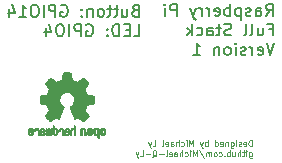
<source format=gbo>
%TF.GenerationSoftware,KiCad,Pcbnew,(5.1.9)-1*%
%TF.CreationDate,2022-01-01T15:39:13-06:00*%
%TF.ProjectId,RaspberryPiHAT,52617370-6265-4727-9279-50694841542e,1*%
%TF.SameCoordinates,Original*%
%TF.FileFunction,Legend,Bot*%
%TF.FilePolarity,Positive*%
%FSLAX46Y46*%
G04 Gerber Fmt 4.6, Leading zero omitted, Abs format (unit mm)*
G04 Created by KiCad (PCBNEW (5.1.9)-1) date 2022-01-01 15:39:13*
%MOMM*%
%LPD*%
G01*
G04 APERTURE LIST*
%ADD10C,0.125000*%
%ADD11C,0.150000*%
%ADD12C,0.010000*%
G04 APERTURE END LIST*
D10*
X222684702Y-77131690D02*
X222684702Y-76631690D01*
X222565654Y-76631690D01*
X222494226Y-76655500D01*
X222446607Y-76703119D01*
X222422797Y-76750738D01*
X222398988Y-76845976D01*
X222398988Y-76917404D01*
X222422797Y-77012642D01*
X222446607Y-77060261D01*
X222494226Y-77107880D01*
X222565654Y-77131690D01*
X222684702Y-77131690D01*
X221994226Y-77107880D02*
X222041845Y-77131690D01*
X222137083Y-77131690D01*
X222184702Y-77107880D01*
X222208511Y-77060261D01*
X222208511Y-76869785D01*
X222184702Y-76822166D01*
X222137083Y-76798357D01*
X222041845Y-76798357D01*
X221994226Y-76822166D01*
X221970416Y-76869785D01*
X221970416Y-76917404D01*
X222208511Y-76965023D01*
X221779940Y-77107880D02*
X221732321Y-77131690D01*
X221637083Y-77131690D01*
X221589464Y-77107880D01*
X221565654Y-77060261D01*
X221565654Y-77036452D01*
X221589464Y-76988833D01*
X221637083Y-76965023D01*
X221708511Y-76965023D01*
X221756130Y-76941214D01*
X221779940Y-76893595D01*
X221779940Y-76869785D01*
X221756130Y-76822166D01*
X221708511Y-76798357D01*
X221637083Y-76798357D01*
X221589464Y-76822166D01*
X221351369Y-77131690D02*
X221351369Y-76798357D01*
X221351369Y-76631690D02*
X221375178Y-76655500D01*
X221351369Y-76679309D01*
X221327559Y-76655500D01*
X221351369Y-76631690D01*
X221351369Y-76679309D01*
X220898988Y-76798357D02*
X220898988Y-77203119D01*
X220922797Y-77250738D01*
X220946607Y-77274547D01*
X220994226Y-77298357D01*
X221065654Y-77298357D01*
X221113273Y-77274547D01*
X220898988Y-77107880D02*
X220946607Y-77131690D01*
X221041845Y-77131690D01*
X221089464Y-77107880D01*
X221113273Y-77084071D01*
X221137083Y-77036452D01*
X221137083Y-76893595D01*
X221113273Y-76845976D01*
X221089464Y-76822166D01*
X221041845Y-76798357D01*
X220946607Y-76798357D01*
X220898988Y-76822166D01*
X220660892Y-76798357D02*
X220660892Y-77131690D01*
X220660892Y-76845976D02*
X220637083Y-76822166D01*
X220589464Y-76798357D01*
X220518035Y-76798357D01*
X220470416Y-76822166D01*
X220446607Y-76869785D01*
X220446607Y-77131690D01*
X220018035Y-77107880D02*
X220065654Y-77131690D01*
X220160892Y-77131690D01*
X220208511Y-77107880D01*
X220232321Y-77060261D01*
X220232321Y-76869785D01*
X220208511Y-76822166D01*
X220160892Y-76798357D01*
X220065654Y-76798357D01*
X220018035Y-76822166D01*
X219994226Y-76869785D01*
X219994226Y-76917404D01*
X220232321Y-76965023D01*
X219565654Y-77131690D02*
X219565654Y-76631690D01*
X219565654Y-77107880D02*
X219613273Y-77131690D01*
X219708511Y-77131690D01*
X219756130Y-77107880D01*
X219779940Y-77084071D01*
X219803750Y-77036452D01*
X219803750Y-76893595D01*
X219779940Y-76845976D01*
X219756130Y-76822166D01*
X219708511Y-76798357D01*
X219613273Y-76798357D01*
X219565654Y-76822166D01*
X218946607Y-77131690D02*
X218946607Y-76631690D01*
X218946607Y-76822166D02*
X218898988Y-76798357D01*
X218803750Y-76798357D01*
X218756130Y-76822166D01*
X218732321Y-76845976D01*
X218708511Y-76893595D01*
X218708511Y-77036452D01*
X218732321Y-77084071D01*
X218756130Y-77107880D01*
X218803750Y-77131690D01*
X218898988Y-77131690D01*
X218946607Y-77107880D01*
X218541845Y-76798357D02*
X218422797Y-77131690D01*
X218303750Y-76798357D02*
X218422797Y-77131690D01*
X218470416Y-77250738D01*
X218494226Y-77274547D01*
X218541845Y-77298357D01*
X217732321Y-77131690D02*
X217732321Y-76631690D01*
X217565654Y-76988833D01*
X217398988Y-76631690D01*
X217398988Y-77131690D01*
X217160892Y-77131690D02*
X217160892Y-76798357D01*
X217160892Y-76631690D02*
X217184702Y-76655500D01*
X217160892Y-76679309D01*
X217137083Y-76655500D01*
X217160892Y-76631690D01*
X217160892Y-76679309D01*
X216708511Y-77107880D02*
X216756130Y-77131690D01*
X216851369Y-77131690D01*
X216898988Y-77107880D01*
X216922797Y-77084071D01*
X216946607Y-77036452D01*
X216946607Y-76893595D01*
X216922797Y-76845976D01*
X216898988Y-76822166D01*
X216851369Y-76798357D01*
X216756130Y-76798357D01*
X216708511Y-76822166D01*
X216494226Y-77131690D02*
X216494226Y-76631690D01*
X216279940Y-77131690D02*
X216279940Y-76869785D01*
X216303750Y-76822166D01*
X216351369Y-76798357D01*
X216422797Y-76798357D01*
X216470416Y-76822166D01*
X216494226Y-76845976D01*
X215827559Y-77131690D02*
X215827559Y-76869785D01*
X215851369Y-76822166D01*
X215898988Y-76798357D01*
X215994226Y-76798357D01*
X216041845Y-76822166D01*
X215827559Y-77107880D02*
X215875178Y-77131690D01*
X215994226Y-77131690D01*
X216041845Y-77107880D01*
X216065654Y-77060261D01*
X216065654Y-77012642D01*
X216041845Y-76965023D01*
X215994226Y-76941214D01*
X215875178Y-76941214D01*
X215827559Y-76917404D01*
X215398988Y-77107880D02*
X215446607Y-77131690D01*
X215541845Y-77131690D01*
X215589464Y-77107880D01*
X215613273Y-77060261D01*
X215613273Y-76869785D01*
X215589464Y-76822166D01*
X215541845Y-76798357D01*
X215446607Y-76798357D01*
X215398988Y-76822166D01*
X215375178Y-76869785D01*
X215375178Y-76917404D01*
X215613273Y-76965023D01*
X215089464Y-77131690D02*
X215137083Y-77107880D01*
X215160892Y-77060261D01*
X215160892Y-76631690D01*
X214279940Y-77131690D02*
X214518035Y-77131690D01*
X214518035Y-76631690D01*
X214160892Y-76798357D02*
X214041845Y-77131690D01*
X213922797Y-76798357D02*
X214041845Y-77131690D01*
X214089464Y-77250738D01*
X214113273Y-77274547D01*
X214160892Y-77298357D01*
X222470416Y-77673357D02*
X222470416Y-78078119D01*
X222494226Y-78125738D01*
X222518035Y-78149547D01*
X222565654Y-78173357D01*
X222637083Y-78173357D01*
X222684702Y-78149547D01*
X222470416Y-77982880D02*
X222518035Y-78006690D01*
X222613273Y-78006690D01*
X222660892Y-77982880D01*
X222684702Y-77959071D01*
X222708511Y-77911452D01*
X222708511Y-77768595D01*
X222684702Y-77720976D01*
X222660892Y-77697166D01*
X222613273Y-77673357D01*
X222518035Y-77673357D01*
X222470416Y-77697166D01*
X222232321Y-78006690D02*
X222232321Y-77673357D01*
X222232321Y-77506690D02*
X222256130Y-77530500D01*
X222232321Y-77554309D01*
X222208511Y-77530500D01*
X222232321Y-77506690D01*
X222232321Y-77554309D01*
X222065654Y-77673357D02*
X221875178Y-77673357D01*
X221994226Y-77506690D02*
X221994226Y-77935261D01*
X221970416Y-77982880D01*
X221922797Y-78006690D01*
X221875178Y-78006690D01*
X221708511Y-78006690D02*
X221708511Y-77506690D01*
X221494226Y-78006690D02*
X221494226Y-77744785D01*
X221518035Y-77697166D01*
X221565654Y-77673357D01*
X221637083Y-77673357D01*
X221684702Y-77697166D01*
X221708511Y-77720976D01*
X221041845Y-77673357D02*
X221041845Y-78006690D01*
X221256130Y-77673357D02*
X221256130Y-77935261D01*
X221232321Y-77982880D01*
X221184702Y-78006690D01*
X221113273Y-78006690D01*
X221065654Y-77982880D01*
X221041845Y-77959071D01*
X220803750Y-78006690D02*
X220803750Y-77506690D01*
X220803750Y-77697166D02*
X220756130Y-77673357D01*
X220660892Y-77673357D01*
X220613273Y-77697166D01*
X220589464Y-77720976D01*
X220565654Y-77768595D01*
X220565654Y-77911452D01*
X220589464Y-77959071D01*
X220613273Y-77982880D01*
X220660892Y-78006690D01*
X220756130Y-78006690D01*
X220803750Y-77982880D01*
X220351369Y-77959071D02*
X220327559Y-77982880D01*
X220351369Y-78006690D01*
X220375178Y-77982880D01*
X220351369Y-77959071D01*
X220351369Y-78006690D01*
X219898988Y-77982880D02*
X219946607Y-78006690D01*
X220041845Y-78006690D01*
X220089464Y-77982880D01*
X220113273Y-77959071D01*
X220137083Y-77911452D01*
X220137083Y-77768595D01*
X220113273Y-77720976D01*
X220089464Y-77697166D01*
X220041845Y-77673357D01*
X219946607Y-77673357D01*
X219898988Y-77697166D01*
X219613273Y-78006690D02*
X219660892Y-77982880D01*
X219684702Y-77959071D01*
X219708511Y-77911452D01*
X219708511Y-77768595D01*
X219684702Y-77720976D01*
X219660892Y-77697166D01*
X219613273Y-77673357D01*
X219541845Y-77673357D01*
X219494226Y-77697166D01*
X219470416Y-77720976D01*
X219446607Y-77768595D01*
X219446607Y-77911452D01*
X219470416Y-77959071D01*
X219494226Y-77982880D01*
X219541845Y-78006690D01*
X219613273Y-78006690D01*
X219232321Y-78006690D02*
X219232321Y-77673357D01*
X219232321Y-77720976D02*
X219208511Y-77697166D01*
X219160892Y-77673357D01*
X219089464Y-77673357D01*
X219041845Y-77697166D01*
X219018035Y-77744785D01*
X219018035Y-78006690D01*
X219018035Y-77744785D02*
X218994226Y-77697166D01*
X218946607Y-77673357D01*
X218875178Y-77673357D01*
X218827559Y-77697166D01*
X218803750Y-77744785D01*
X218803750Y-78006690D01*
X218208511Y-77482880D02*
X218637083Y-78125738D01*
X218041845Y-78006690D02*
X218041845Y-77506690D01*
X217875178Y-77863833D01*
X217708511Y-77506690D01*
X217708511Y-78006690D01*
X217470416Y-78006690D02*
X217470416Y-77673357D01*
X217470416Y-77506690D02*
X217494226Y-77530500D01*
X217470416Y-77554309D01*
X217446607Y-77530500D01*
X217470416Y-77506690D01*
X217470416Y-77554309D01*
X217018035Y-77982880D02*
X217065654Y-78006690D01*
X217160892Y-78006690D01*
X217208511Y-77982880D01*
X217232321Y-77959071D01*
X217256130Y-77911452D01*
X217256130Y-77768595D01*
X217232321Y-77720976D01*
X217208511Y-77697166D01*
X217160892Y-77673357D01*
X217065654Y-77673357D01*
X217018035Y-77697166D01*
X216803750Y-78006690D02*
X216803750Y-77506690D01*
X216589464Y-78006690D02*
X216589464Y-77744785D01*
X216613273Y-77697166D01*
X216660892Y-77673357D01*
X216732321Y-77673357D01*
X216779940Y-77697166D01*
X216803750Y-77720976D01*
X216137083Y-78006690D02*
X216137083Y-77744785D01*
X216160892Y-77697166D01*
X216208511Y-77673357D01*
X216303750Y-77673357D01*
X216351369Y-77697166D01*
X216137083Y-77982880D02*
X216184702Y-78006690D01*
X216303750Y-78006690D01*
X216351369Y-77982880D01*
X216375178Y-77935261D01*
X216375178Y-77887642D01*
X216351369Y-77840023D01*
X216303750Y-77816214D01*
X216184702Y-77816214D01*
X216137083Y-77792404D01*
X215708511Y-77982880D02*
X215756130Y-78006690D01*
X215851369Y-78006690D01*
X215898988Y-77982880D01*
X215922797Y-77935261D01*
X215922797Y-77744785D01*
X215898988Y-77697166D01*
X215851369Y-77673357D01*
X215756130Y-77673357D01*
X215708511Y-77697166D01*
X215684702Y-77744785D01*
X215684702Y-77792404D01*
X215922797Y-77840023D01*
X215398988Y-78006690D02*
X215446607Y-77982880D01*
X215470416Y-77935261D01*
X215470416Y-77506690D01*
X215208511Y-77816214D02*
X214827559Y-77816214D01*
X214256130Y-78054309D02*
X214303750Y-78030500D01*
X214351369Y-77982880D01*
X214422797Y-77911452D01*
X214470416Y-77887642D01*
X214518035Y-77887642D01*
X214494226Y-78006690D02*
X214541845Y-77982880D01*
X214589464Y-77935261D01*
X214613273Y-77840023D01*
X214613273Y-77673357D01*
X214589464Y-77578119D01*
X214541845Y-77530500D01*
X214494226Y-77506690D01*
X214398988Y-77506690D01*
X214351369Y-77530500D01*
X214303750Y-77578119D01*
X214279940Y-77673357D01*
X214279940Y-77840023D01*
X214303750Y-77935261D01*
X214351369Y-77982880D01*
X214398988Y-78006690D01*
X214494226Y-78006690D01*
X214065654Y-77816214D02*
X213684702Y-77816214D01*
X213208511Y-78006690D02*
X213446607Y-78006690D01*
X213446607Y-77506690D01*
X213089464Y-77673357D02*
X212970416Y-78006690D01*
X212851369Y-77673357D02*
X212970416Y-78006690D01*
X213018035Y-78125738D01*
X213041845Y-78149547D01*
X213089464Y-78173357D01*
D11*
X212818071Y-65651571D02*
X212675214Y-65699190D01*
X212627595Y-65746809D01*
X212579976Y-65842047D01*
X212579976Y-65984904D01*
X212627595Y-66080142D01*
X212675214Y-66127761D01*
X212770452Y-66175380D01*
X213151404Y-66175380D01*
X213151404Y-65175380D01*
X212818071Y-65175380D01*
X212722833Y-65223000D01*
X212675214Y-65270619D01*
X212627595Y-65365857D01*
X212627595Y-65461095D01*
X212675214Y-65556333D01*
X212722833Y-65603952D01*
X212818071Y-65651571D01*
X213151404Y-65651571D01*
X211722833Y-65508714D02*
X211722833Y-66175380D01*
X212151404Y-65508714D02*
X212151404Y-66032523D01*
X212103785Y-66127761D01*
X212008547Y-66175380D01*
X211865690Y-66175380D01*
X211770452Y-66127761D01*
X211722833Y-66080142D01*
X211389500Y-65508714D02*
X211008547Y-65508714D01*
X211246642Y-65175380D02*
X211246642Y-66032523D01*
X211199023Y-66127761D01*
X211103785Y-66175380D01*
X211008547Y-66175380D01*
X210818071Y-65508714D02*
X210437119Y-65508714D01*
X210675214Y-65175380D02*
X210675214Y-66032523D01*
X210627595Y-66127761D01*
X210532357Y-66175380D01*
X210437119Y-66175380D01*
X209960928Y-66175380D02*
X210056166Y-66127761D01*
X210103785Y-66080142D01*
X210151404Y-65984904D01*
X210151404Y-65699190D01*
X210103785Y-65603952D01*
X210056166Y-65556333D01*
X209960928Y-65508714D01*
X209818071Y-65508714D01*
X209722833Y-65556333D01*
X209675214Y-65603952D01*
X209627595Y-65699190D01*
X209627595Y-65984904D01*
X209675214Y-66080142D01*
X209722833Y-66127761D01*
X209818071Y-66175380D01*
X209960928Y-66175380D01*
X209199023Y-65508714D02*
X209199023Y-66175380D01*
X209199023Y-65603952D02*
X209151404Y-65556333D01*
X209056166Y-65508714D01*
X208913309Y-65508714D01*
X208818071Y-65556333D01*
X208770452Y-65651571D01*
X208770452Y-66175380D01*
X208294261Y-66080142D02*
X208246642Y-66127761D01*
X208294261Y-66175380D01*
X208341880Y-66127761D01*
X208294261Y-66080142D01*
X208294261Y-66175380D01*
X208294261Y-65556333D02*
X208246642Y-65603952D01*
X208294261Y-65651571D01*
X208341880Y-65603952D01*
X208294261Y-65556333D01*
X208294261Y-65651571D01*
X206532357Y-65223000D02*
X206627595Y-65175380D01*
X206770452Y-65175380D01*
X206913309Y-65223000D01*
X207008547Y-65318238D01*
X207056166Y-65413476D01*
X207103785Y-65603952D01*
X207103785Y-65746809D01*
X207056166Y-65937285D01*
X207008547Y-66032523D01*
X206913309Y-66127761D01*
X206770452Y-66175380D01*
X206675214Y-66175380D01*
X206532357Y-66127761D01*
X206484738Y-66080142D01*
X206484738Y-65746809D01*
X206675214Y-65746809D01*
X206056166Y-66175380D02*
X206056166Y-65175380D01*
X205675214Y-65175380D01*
X205579976Y-65223000D01*
X205532357Y-65270619D01*
X205484738Y-65365857D01*
X205484738Y-65508714D01*
X205532357Y-65603952D01*
X205579976Y-65651571D01*
X205675214Y-65699190D01*
X206056166Y-65699190D01*
X205056166Y-66175380D02*
X205056166Y-65175380D01*
X204389500Y-65175380D02*
X204199023Y-65175380D01*
X204103785Y-65223000D01*
X204008547Y-65318238D01*
X203960928Y-65508714D01*
X203960928Y-65842047D01*
X204008547Y-66032523D01*
X204103785Y-66127761D01*
X204199023Y-66175380D01*
X204389500Y-66175380D01*
X204484738Y-66127761D01*
X204579976Y-66032523D01*
X204627595Y-65842047D01*
X204627595Y-65508714D01*
X204579976Y-65318238D01*
X204484738Y-65223000D01*
X204389500Y-65175380D01*
X203008547Y-66175380D02*
X203579976Y-66175380D01*
X203294261Y-66175380D02*
X203294261Y-65175380D01*
X203389500Y-65318238D01*
X203484738Y-65413476D01*
X203579976Y-65461095D01*
X202151404Y-65508714D02*
X202151404Y-66175380D01*
X202389500Y-65127761D02*
X202627595Y-65842047D01*
X202008547Y-65842047D01*
X212675214Y-67825380D02*
X213151404Y-67825380D01*
X213151404Y-66825380D01*
X212341880Y-67301571D02*
X212008547Y-67301571D01*
X211865690Y-67825380D02*
X212341880Y-67825380D01*
X212341880Y-66825380D01*
X211865690Y-66825380D01*
X211437119Y-67825380D02*
X211437119Y-66825380D01*
X211199023Y-66825380D01*
X211056166Y-66873000D01*
X210960928Y-66968238D01*
X210913309Y-67063476D01*
X210865690Y-67253952D01*
X210865690Y-67396809D01*
X210913309Y-67587285D01*
X210960928Y-67682523D01*
X211056166Y-67777761D01*
X211199023Y-67825380D01*
X211437119Y-67825380D01*
X210437119Y-67730142D02*
X210389500Y-67777761D01*
X210437119Y-67825380D01*
X210484738Y-67777761D01*
X210437119Y-67730142D01*
X210437119Y-67825380D01*
X210437119Y-67206333D02*
X210389500Y-67253952D01*
X210437119Y-67301571D01*
X210484738Y-67253952D01*
X210437119Y-67206333D01*
X210437119Y-67301571D01*
X208675214Y-66873000D02*
X208770452Y-66825380D01*
X208913309Y-66825380D01*
X209056166Y-66873000D01*
X209151404Y-66968238D01*
X209199023Y-67063476D01*
X209246642Y-67253952D01*
X209246642Y-67396809D01*
X209199023Y-67587285D01*
X209151404Y-67682523D01*
X209056166Y-67777761D01*
X208913309Y-67825380D01*
X208818071Y-67825380D01*
X208675214Y-67777761D01*
X208627595Y-67730142D01*
X208627595Y-67396809D01*
X208818071Y-67396809D01*
X208199023Y-67825380D02*
X208199023Y-66825380D01*
X207818071Y-66825380D01*
X207722833Y-66873000D01*
X207675214Y-66920619D01*
X207627595Y-67015857D01*
X207627595Y-67158714D01*
X207675214Y-67253952D01*
X207722833Y-67301571D01*
X207818071Y-67349190D01*
X208199023Y-67349190D01*
X207199023Y-67825380D02*
X207199023Y-66825380D01*
X206532357Y-66825380D02*
X206341880Y-66825380D01*
X206246642Y-66873000D01*
X206151404Y-66968238D01*
X206103785Y-67158714D01*
X206103785Y-67492047D01*
X206151404Y-67682523D01*
X206246642Y-67777761D01*
X206341880Y-67825380D01*
X206532357Y-67825380D01*
X206627595Y-67777761D01*
X206722833Y-67682523D01*
X206770452Y-67492047D01*
X206770452Y-67158714D01*
X206722833Y-66968238D01*
X206627595Y-66873000D01*
X206532357Y-66825380D01*
X205246642Y-67158714D02*
X205246642Y-67825380D01*
X205484738Y-66777761D02*
X205722833Y-67492047D01*
X205103785Y-67492047D01*
X223882976Y-66112380D02*
X224216309Y-65636190D01*
X224454404Y-66112380D02*
X224454404Y-65112380D01*
X224073452Y-65112380D01*
X223978214Y-65160000D01*
X223930595Y-65207619D01*
X223882976Y-65302857D01*
X223882976Y-65445714D01*
X223930595Y-65540952D01*
X223978214Y-65588571D01*
X224073452Y-65636190D01*
X224454404Y-65636190D01*
X223025833Y-66112380D02*
X223025833Y-65588571D01*
X223073452Y-65493333D01*
X223168690Y-65445714D01*
X223359166Y-65445714D01*
X223454404Y-65493333D01*
X223025833Y-66064761D02*
X223121071Y-66112380D01*
X223359166Y-66112380D01*
X223454404Y-66064761D01*
X223502023Y-65969523D01*
X223502023Y-65874285D01*
X223454404Y-65779047D01*
X223359166Y-65731428D01*
X223121071Y-65731428D01*
X223025833Y-65683809D01*
X222597261Y-66064761D02*
X222502023Y-66112380D01*
X222311547Y-66112380D01*
X222216309Y-66064761D01*
X222168690Y-65969523D01*
X222168690Y-65921904D01*
X222216309Y-65826666D01*
X222311547Y-65779047D01*
X222454404Y-65779047D01*
X222549642Y-65731428D01*
X222597261Y-65636190D01*
X222597261Y-65588571D01*
X222549642Y-65493333D01*
X222454404Y-65445714D01*
X222311547Y-65445714D01*
X222216309Y-65493333D01*
X221740119Y-65445714D02*
X221740119Y-66445714D01*
X221740119Y-65493333D02*
X221644880Y-65445714D01*
X221454404Y-65445714D01*
X221359166Y-65493333D01*
X221311547Y-65540952D01*
X221263928Y-65636190D01*
X221263928Y-65921904D01*
X221311547Y-66017142D01*
X221359166Y-66064761D01*
X221454404Y-66112380D01*
X221644880Y-66112380D01*
X221740119Y-66064761D01*
X220835357Y-66112380D02*
X220835357Y-65112380D01*
X220835357Y-65493333D02*
X220740119Y-65445714D01*
X220549642Y-65445714D01*
X220454404Y-65493333D01*
X220406785Y-65540952D01*
X220359166Y-65636190D01*
X220359166Y-65921904D01*
X220406785Y-66017142D01*
X220454404Y-66064761D01*
X220549642Y-66112380D01*
X220740119Y-66112380D01*
X220835357Y-66064761D01*
X219549642Y-66064761D02*
X219644880Y-66112380D01*
X219835357Y-66112380D01*
X219930595Y-66064761D01*
X219978214Y-65969523D01*
X219978214Y-65588571D01*
X219930595Y-65493333D01*
X219835357Y-65445714D01*
X219644880Y-65445714D01*
X219549642Y-65493333D01*
X219502023Y-65588571D01*
X219502023Y-65683809D01*
X219978214Y-65779047D01*
X219073452Y-66112380D02*
X219073452Y-65445714D01*
X219073452Y-65636190D02*
X219025833Y-65540952D01*
X218978214Y-65493333D01*
X218882976Y-65445714D01*
X218787738Y-65445714D01*
X218454404Y-66112380D02*
X218454404Y-65445714D01*
X218454404Y-65636190D02*
X218406785Y-65540952D01*
X218359166Y-65493333D01*
X218263928Y-65445714D01*
X218168690Y-65445714D01*
X217930595Y-65445714D02*
X217692500Y-66112380D01*
X217454404Y-65445714D02*
X217692500Y-66112380D01*
X217787738Y-66350476D01*
X217835357Y-66398095D01*
X217930595Y-66445714D01*
X216311547Y-66112380D02*
X216311547Y-65112380D01*
X215930595Y-65112380D01*
X215835357Y-65160000D01*
X215787738Y-65207619D01*
X215740119Y-65302857D01*
X215740119Y-65445714D01*
X215787738Y-65540952D01*
X215835357Y-65588571D01*
X215930595Y-65636190D01*
X216311547Y-65636190D01*
X215311547Y-66112380D02*
X215311547Y-65445714D01*
X215311547Y-65112380D02*
X215359166Y-65160000D01*
X215311547Y-65207619D01*
X215263928Y-65160000D01*
X215311547Y-65112380D01*
X215311547Y-65207619D01*
X224121071Y-67238571D02*
X224454404Y-67238571D01*
X224454404Y-67762380D02*
X224454404Y-66762380D01*
X223978214Y-66762380D01*
X223168690Y-67095714D02*
X223168690Y-67762380D01*
X223597261Y-67095714D02*
X223597261Y-67619523D01*
X223549642Y-67714761D01*
X223454404Y-67762380D01*
X223311547Y-67762380D01*
X223216309Y-67714761D01*
X223168690Y-67667142D01*
X222549642Y-67762380D02*
X222644880Y-67714761D01*
X222692500Y-67619523D01*
X222692500Y-66762380D01*
X222025833Y-67762380D02*
X222121071Y-67714761D01*
X222168690Y-67619523D01*
X222168690Y-66762380D01*
X220930595Y-67714761D02*
X220787738Y-67762380D01*
X220549642Y-67762380D01*
X220454404Y-67714761D01*
X220406785Y-67667142D01*
X220359166Y-67571904D01*
X220359166Y-67476666D01*
X220406785Y-67381428D01*
X220454404Y-67333809D01*
X220549642Y-67286190D01*
X220740119Y-67238571D01*
X220835357Y-67190952D01*
X220882976Y-67143333D01*
X220930595Y-67048095D01*
X220930595Y-66952857D01*
X220882976Y-66857619D01*
X220835357Y-66810000D01*
X220740119Y-66762380D01*
X220502023Y-66762380D01*
X220359166Y-66810000D01*
X220073452Y-67095714D02*
X219692500Y-67095714D01*
X219930595Y-66762380D02*
X219930595Y-67619523D01*
X219882976Y-67714761D01*
X219787738Y-67762380D01*
X219692500Y-67762380D01*
X218930595Y-67762380D02*
X218930595Y-67238571D01*
X218978214Y-67143333D01*
X219073452Y-67095714D01*
X219263928Y-67095714D01*
X219359166Y-67143333D01*
X218930595Y-67714761D02*
X219025833Y-67762380D01*
X219263928Y-67762380D01*
X219359166Y-67714761D01*
X219406785Y-67619523D01*
X219406785Y-67524285D01*
X219359166Y-67429047D01*
X219263928Y-67381428D01*
X219025833Y-67381428D01*
X218930595Y-67333809D01*
X218025833Y-67714761D02*
X218121071Y-67762380D01*
X218311547Y-67762380D01*
X218406785Y-67714761D01*
X218454404Y-67667142D01*
X218502023Y-67571904D01*
X218502023Y-67286190D01*
X218454404Y-67190952D01*
X218406785Y-67143333D01*
X218311547Y-67095714D01*
X218121071Y-67095714D01*
X218025833Y-67143333D01*
X217597261Y-67762380D02*
X217597261Y-66762380D01*
X217502023Y-67381428D02*
X217216309Y-67762380D01*
X217216309Y-67095714D02*
X217597261Y-67476666D01*
X224597261Y-68412380D02*
X224263928Y-69412380D01*
X223930595Y-68412380D01*
X223216309Y-69364761D02*
X223311547Y-69412380D01*
X223502023Y-69412380D01*
X223597261Y-69364761D01*
X223644880Y-69269523D01*
X223644880Y-68888571D01*
X223597261Y-68793333D01*
X223502023Y-68745714D01*
X223311547Y-68745714D01*
X223216309Y-68793333D01*
X223168690Y-68888571D01*
X223168690Y-68983809D01*
X223644880Y-69079047D01*
X222740119Y-69412380D02*
X222740119Y-68745714D01*
X222740119Y-68936190D02*
X222692500Y-68840952D01*
X222644880Y-68793333D01*
X222549642Y-68745714D01*
X222454404Y-68745714D01*
X222168690Y-69364761D02*
X222073452Y-69412380D01*
X221882976Y-69412380D01*
X221787738Y-69364761D01*
X221740119Y-69269523D01*
X221740119Y-69221904D01*
X221787738Y-69126666D01*
X221882976Y-69079047D01*
X222025833Y-69079047D01*
X222121071Y-69031428D01*
X222168690Y-68936190D01*
X222168690Y-68888571D01*
X222121071Y-68793333D01*
X222025833Y-68745714D01*
X221882976Y-68745714D01*
X221787738Y-68793333D01*
X221311547Y-69412380D02*
X221311547Y-68745714D01*
X221311547Y-68412380D02*
X221359166Y-68460000D01*
X221311547Y-68507619D01*
X221263928Y-68460000D01*
X221311547Y-68412380D01*
X221311547Y-68507619D01*
X220692500Y-69412380D02*
X220787738Y-69364761D01*
X220835357Y-69317142D01*
X220882976Y-69221904D01*
X220882976Y-68936190D01*
X220835357Y-68840952D01*
X220787738Y-68793333D01*
X220692500Y-68745714D01*
X220549642Y-68745714D01*
X220454404Y-68793333D01*
X220406785Y-68840952D01*
X220359166Y-68936190D01*
X220359166Y-69221904D01*
X220406785Y-69317142D01*
X220454404Y-69364761D01*
X220549642Y-69412380D01*
X220692500Y-69412380D01*
X219930595Y-68745714D02*
X219930595Y-69412380D01*
X219930595Y-68840952D02*
X219882976Y-68793333D01*
X219787738Y-68745714D01*
X219644880Y-68745714D01*
X219549642Y-68793333D01*
X219502023Y-68888571D01*
X219502023Y-69412380D01*
X217740119Y-69412380D02*
X218311547Y-69412380D01*
X218025833Y-69412380D02*
X218025833Y-68412380D01*
X218121071Y-68555238D01*
X218216309Y-68650476D01*
X218311547Y-68698095D01*
D12*
%TO.C,REF\u002A\u002A*%
G36*
X206906090Y-70902348D02*
G01*
X206827546Y-70902778D01*
X206770702Y-70903942D01*
X206731895Y-70906207D01*
X206707462Y-70909940D01*
X206693738Y-70915506D01*
X206687060Y-70923273D01*
X206683764Y-70933605D01*
X206683444Y-70934943D01*
X206678438Y-70959079D01*
X206669171Y-71006701D01*
X206656608Y-71072741D01*
X206641713Y-71152128D01*
X206625449Y-71239796D01*
X206624881Y-71242875D01*
X206608590Y-71328789D01*
X206593348Y-71404696D01*
X206580139Y-71466045D01*
X206569946Y-71508282D01*
X206563752Y-71526855D01*
X206563457Y-71527184D01*
X206545212Y-71536253D01*
X206507595Y-71551367D01*
X206458729Y-71569262D01*
X206458457Y-71569358D01*
X206396907Y-71592493D01*
X206324343Y-71621965D01*
X206255943Y-71651597D01*
X206252706Y-71653062D01*
X206141298Y-71703626D01*
X205894601Y-71535160D01*
X205818923Y-71483803D01*
X205750369Y-71437889D01*
X205692912Y-71400030D01*
X205650524Y-71372837D01*
X205627175Y-71358921D01*
X205624958Y-71357889D01*
X205607990Y-71362484D01*
X205576299Y-71384655D01*
X205528648Y-71425447D01*
X205463802Y-71485905D01*
X205397603Y-71550227D01*
X205333786Y-71613612D01*
X205276671Y-71671451D01*
X205229695Y-71720175D01*
X205196297Y-71756210D01*
X205179915Y-71775984D01*
X205179306Y-71777002D01*
X205177495Y-71790572D01*
X205184317Y-71812733D01*
X205201460Y-71846478D01*
X205230607Y-71894800D01*
X205273445Y-71960692D01*
X205330552Y-72045517D01*
X205381234Y-72120177D01*
X205426539Y-72187140D01*
X205463850Y-72242516D01*
X205490548Y-72282420D01*
X205504015Y-72302962D01*
X205504863Y-72304356D01*
X205503219Y-72324038D01*
X205490755Y-72362293D01*
X205469952Y-72411889D01*
X205462538Y-72427728D01*
X205430186Y-72498290D01*
X205395672Y-72578353D01*
X205367635Y-72647629D01*
X205347432Y-72699045D01*
X205331385Y-72738119D01*
X205322112Y-72758541D01*
X205320959Y-72760114D01*
X205303904Y-72762721D01*
X205263702Y-72769863D01*
X205205698Y-72780523D01*
X205135237Y-72793685D01*
X205057665Y-72808333D01*
X204978328Y-72823449D01*
X204902569Y-72838018D01*
X204835736Y-72851022D01*
X204783172Y-72861445D01*
X204750224Y-72868270D01*
X204742143Y-72870199D01*
X204733795Y-72874962D01*
X204727494Y-72885718D01*
X204722955Y-72906098D01*
X204719896Y-72939734D01*
X204718033Y-72990255D01*
X204717082Y-73061292D01*
X204716760Y-73156476D01*
X204716743Y-73195492D01*
X204716743Y-73512799D01*
X204792943Y-73527839D01*
X204835337Y-73535995D01*
X204898600Y-73547899D01*
X204975038Y-73562116D01*
X205056957Y-73577210D01*
X205079600Y-73581355D01*
X205155194Y-73596053D01*
X205221047Y-73610505D01*
X205271634Y-73623375D01*
X205301426Y-73633322D01*
X205306388Y-73636287D01*
X205318574Y-73657283D01*
X205336047Y-73697967D01*
X205355423Y-73750322D01*
X205359266Y-73761600D01*
X205384661Y-73831523D01*
X205416183Y-73910418D01*
X205447031Y-73981266D01*
X205447183Y-73981595D01*
X205498553Y-74092733D01*
X205329601Y-74341253D01*
X205160648Y-74589772D01*
X205377571Y-74807058D01*
X205443181Y-74871726D01*
X205503021Y-74928733D01*
X205553733Y-74975033D01*
X205591954Y-75007584D01*
X205614325Y-75023343D01*
X205617534Y-75024343D01*
X205636374Y-75016469D01*
X205674820Y-74994578D01*
X205728670Y-74961267D01*
X205793724Y-74919131D01*
X205864060Y-74871943D01*
X205935445Y-74823810D01*
X205999092Y-74781928D01*
X206050959Y-74748871D01*
X206087005Y-74727218D01*
X206103133Y-74719543D01*
X206122811Y-74726037D01*
X206160125Y-74743150D01*
X206207379Y-74767326D01*
X206212388Y-74770013D01*
X206276023Y-74801927D01*
X206319659Y-74817579D01*
X206346798Y-74817745D01*
X206360943Y-74803204D01*
X206361025Y-74803000D01*
X206368095Y-74785779D01*
X206384958Y-74744899D01*
X206410305Y-74683525D01*
X206442829Y-74604819D01*
X206481222Y-74511947D01*
X206524178Y-74408072D01*
X206565778Y-74307502D01*
X206611496Y-74196516D01*
X206653474Y-74093703D01*
X206690452Y-74002215D01*
X206721173Y-73925201D01*
X206744378Y-73865815D01*
X206758810Y-73827209D01*
X206763257Y-73812800D01*
X206752104Y-73796272D01*
X206722931Y-73769930D01*
X206684029Y-73740887D01*
X206573243Y-73649039D01*
X206486649Y-73543759D01*
X206425284Y-73427266D01*
X206390185Y-73301776D01*
X206382392Y-73169507D01*
X206388057Y-73108457D01*
X206418922Y-72981795D01*
X206472080Y-72869941D01*
X206544233Y-72774001D01*
X206632083Y-72695076D01*
X206732335Y-72634270D01*
X206841690Y-72592687D01*
X206956853Y-72571428D01*
X207074525Y-72571599D01*
X207191410Y-72594301D01*
X207304211Y-72640638D01*
X207409631Y-72711713D01*
X207453632Y-72751911D01*
X207538021Y-72855129D01*
X207596778Y-72967925D01*
X207630296Y-73087010D01*
X207638965Y-73209095D01*
X207623177Y-73330893D01*
X207583322Y-73449116D01*
X207519793Y-73560475D01*
X207432979Y-73661684D01*
X207335971Y-73740887D01*
X207295563Y-73771162D01*
X207267018Y-73797219D01*
X207256743Y-73812825D01*
X207262123Y-73829843D01*
X207277425Y-73870500D01*
X207301388Y-73931642D01*
X207332756Y-74010119D01*
X207370268Y-74102780D01*
X207412667Y-74206472D01*
X207454337Y-74307526D01*
X207500310Y-74418607D01*
X207542893Y-74521541D01*
X207580779Y-74613165D01*
X207612660Y-74690316D01*
X207637229Y-74749831D01*
X207653180Y-74788544D01*
X207659090Y-74803000D01*
X207673052Y-74817685D01*
X207700060Y-74817642D01*
X207743587Y-74802099D01*
X207807110Y-74770284D01*
X207807612Y-74770013D01*
X207855440Y-74745323D01*
X207894103Y-74727338D01*
X207915905Y-74719614D01*
X207916867Y-74719543D01*
X207933279Y-74727378D01*
X207969513Y-74749165D01*
X208021526Y-74782328D01*
X208085275Y-74824291D01*
X208155940Y-74871943D01*
X208227884Y-74920191D01*
X208292726Y-74962151D01*
X208346265Y-74995227D01*
X208384303Y-75016821D01*
X208402467Y-75024343D01*
X208419192Y-75014457D01*
X208452820Y-74986826D01*
X208499990Y-74944495D01*
X208557342Y-74890505D01*
X208621516Y-74827899D01*
X208642503Y-74806983D01*
X208859501Y-74589623D01*
X208694332Y-74347220D01*
X208644136Y-74272781D01*
X208600081Y-74205972D01*
X208564638Y-74150665D01*
X208540281Y-74110729D01*
X208529478Y-74090036D01*
X208529162Y-74088563D01*
X208534857Y-74069058D01*
X208550174Y-74029822D01*
X208572463Y-73977430D01*
X208588107Y-73942355D01*
X208617359Y-73875201D01*
X208644906Y-73807358D01*
X208666263Y-73750034D01*
X208672065Y-73732572D01*
X208688548Y-73685938D01*
X208704660Y-73649905D01*
X208713510Y-73636287D01*
X208733040Y-73627952D01*
X208775666Y-73616137D01*
X208835855Y-73602181D01*
X208908078Y-73587422D01*
X208940400Y-73581355D01*
X209022478Y-73566273D01*
X209101205Y-73551669D01*
X209168891Y-73538980D01*
X209217840Y-73529642D01*
X209227057Y-73527839D01*
X209303257Y-73512799D01*
X209303257Y-73195492D01*
X209303086Y-73091154D01*
X209302384Y-73012213D01*
X209300866Y-72955038D01*
X209298251Y-72915999D01*
X209294254Y-72891465D01*
X209288591Y-72877805D01*
X209280980Y-72871389D01*
X209277857Y-72870199D01*
X209259022Y-72865980D01*
X209217412Y-72857562D01*
X209158370Y-72845961D01*
X209087243Y-72832195D01*
X209009375Y-72817280D01*
X208930113Y-72802232D01*
X208854802Y-72788069D01*
X208788787Y-72775806D01*
X208737413Y-72766461D01*
X208706025Y-72761050D01*
X208699041Y-72760114D01*
X208692715Y-72747596D01*
X208678710Y-72714246D01*
X208659645Y-72666377D01*
X208652366Y-72647629D01*
X208623004Y-72575195D01*
X208588429Y-72495170D01*
X208557463Y-72427728D01*
X208534677Y-72376159D01*
X208519518Y-72333785D01*
X208514458Y-72307834D01*
X208515264Y-72304356D01*
X208525959Y-72287936D01*
X208550380Y-72251417D01*
X208585905Y-72198687D01*
X208629913Y-72133635D01*
X208679783Y-72060151D01*
X208689644Y-72045645D01*
X208747508Y-71959704D01*
X208790044Y-71894261D01*
X208818946Y-71846304D01*
X208835910Y-71812820D01*
X208842633Y-71790795D01*
X208840810Y-71777217D01*
X208840764Y-71777131D01*
X208826414Y-71759297D01*
X208794677Y-71724817D01*
X208748990Y-71677268D01*
X208692796Y-71620222D01*
X208629532Y-71557255D01*
X208622398Y-71550227D01*
X208542670Y-71473020D01*
X208481143Y-71416330D01*
X208436579Y-71379110D01*
X208407743Y-71360315D01*
X208395042Y-71357889D01*
X208376506Y-71368471D01*
X208338039Y-71392916D01*
X208283614Y-71428612D01*
X208217202Y-71472947D01*
X208142775Y-71523311D01*
X208125399Y-71535160D01*
X207878703Y-71703626D01*
X207767294Y-71653062D01*
X207699543Y-71623595D01*
X207626817Y-71593959D01*
X207564297Y-71570330D01*
X207561543Y-71569358D01*
X207512640Y-71551457D01*
X207474943Y-71536320D01*
X207456575Y-71527210D01*
X207456544Y-71527184D01*
X207450715Y-71510717D01*
X207440808Y-71470219D01*
X207427805Y-71410242D01*
X207412691Y-71335340D01*
X207396448Y-71250064D01*
X207395119Y-71242875D01*
X207378825Y-71155014D01*
X207363867Y-71075260D01*
X207351209Y-71008681D01*
X207341814Y-70960347D01*
X207336646Y-70935325D01*
X207336556Y-70934943D01*
X207333411Y-70924299D01*
X207327296Y-70916262D01*
X207314547Y-70910467D01*
X207291500Y-70906547D01*
X207254491Y-70904135D01*
X207199856Y-70902865D01*
X207123933Y-70902371D01*
X207023056Y-70902286D01*
X207010000Y-70902286D01*
X206906090Y-70902348D01*
G37*
X206906090Y-70902348D02*
X206827546Y-70902778D01*
X206770702Y-70903942D01*
X206731895Y-70906207D01*
X206707462Y-70909940D01*
X206693738Y-70915506D01*
X206687060Y-70923273D01*
X206683764Y-70933605D01*
X206683444Y-70934943D01*
X206678438Y-70959079D01*
X206669171Y-71006701D01*
X206656608Y-71072741D01*
X206641713Y-71152128D01*
X206625449Y-71239796D01*
X206624881Y-71242875D01*
X206608590Y-71328789D01*
X206593348Y-71404696D01*
X206580139Y-71466045D01*
X206569946Y-71508282D01*
X206563752Y-71526855D01*
X206563457Y-71527184D01*
X206545212Y-71536253D01*
X206507595Y-71551367D01*
X206458729Y-71569262D01*
X206458457Y-71569358D01*
X206396907Y-71592493D01*
X206324343Y-71621965D01*
X206255943Y-71651597D01*
X206252706Y-71653062D01*
X206141298Y-71703626D01*
X205894601Y-71535160D01*
X205818923Y-71483803D01*
X205750369Y-71437889D01*
X205692912Y-71400030D01*
X205650524Y-71372837D01*
X205627175Y-71358921D01*
X205624958Y-71357889D01*
X205607990Y-71362484D01*
X205576299Y-71384655D01*
X205528648Y-71425447D01*
X205463802Y-71485905D01*
X205397603Y-71550227D01*
X205333786Y-71613612D01*
X205276671Y-71671451D01*
X205229695Y-71720175D01*
X205196297Y-71756210D01*
X205179915Y-71775984D01*
X205179306Y-71777002D01*
X205177495Y-71790572D01*
X205184317Y-71812733D01*
X205201460Y-71846478D01*
X205230607Y-71894800D01*
X205273445Y-71960692D01*
X205330552Y-72045517D01*
X205381234Y-72120177D01*
X205426539Y-72187140D01*
X205463850Y-72242516D01*
X205490548Y-72282420D01*
X205504015Y-72302962D01*
X205504863Y-72304356D01*
X205503219Y-72324038D01*
X205490755Y-72362293D01*
X205469952Y-72411889D01*
X205462538Y-72427728D01*
X205430186Y-72498290D01*
X205395672Y-72578353D01*
X205367635Y-72647629D01*
X205347432Y-72699045D01*
X205331385Y-72738119D01*
X205322112Y-72758541D01*
X205320959Y-72760114D01*
X205303904Y-72762721D01*
X205263702Y-72769863D01*
X205205698Y-72780523D01*
X205135237Y-72793685D01*
X205057665Y-72808333D01*
X204978328Y-72823449D01*
X204902569Y-72838018D01*
X204835736Y-72851022D01*
X204783172Y-72861445D01*
X204750224Y-72868270D01*
X204742143Y-72870199D01*
X204733795Y-72874962D01*
X204727494Y-72885718D01*
X204722955Y-72906098D01*
X204719896Y-72939734D01*
X204718033Y-72990255D01*
X204717082Y-73061292D01*
X204716760Y-73156476D01*
X204716743Y-73195492D01*
X204716743Y-73512799D01*
X204792943Y-73527839D01*
X204835337Y-73535995D01*
X204898600Y-73547899D01*
X204975038Y-73562116D01*
X205056957Y-73577210D01*
X205079600Y-73581355D01*
X205155194Y-73596053D01*
X205221047Y-73610505D01*
X205271634Y-73623375D01*
X205301426Y-73633322D01*
X205306388Y-73636287D01*
X205318574Y-73657283D01*
X205336047Y-73697967D01*
X205355423Y-73750322D01*
X205359266Y-73761600D01*
X205384661Y-73831523D01*
X205416183Y-73910418D01*
X205447031Y-73981266D01*
X205447183Y-73981595D01*
X205498553Y-74092733D01*
X205329601Y-74341253D01*
X205160648Y-74589772D01*
X205377571Y-74807058D01*
X205443181Y-74871726D01*
X205503021Y-74928733D01*
X205553733Y-74975033D01*
X205591954Y-75007584D01*
X205614325Y-75023343D01*
X205617534Y-75024343D01*
X205636374Y-75016469D01*
X205674820Y-74994578D01*
X205728670Y-74961267D01*
X205793724Y-74919131D01*
X205864060Y-74871943D01*
X205935445Y-74823810D01*
X205999092Y-74781928D01*
X206050959Y-74748871D01*
X206087005Y-74727218D01*
X206103133Y-74719543D01*
X206122811Y-74726037D01*
X206160125Y-74743150D01*
X206207379Y-74767326D01*
X206212388Y-74770013D01*
X206276023Y-74801927D01*
X206319659Y-74817579D01*
X206346798Y-74817745D01*
X206360943Y-74803204D01*
X206361025Y-74803000D01*
X206368095Y-74785779D01*
X206384958Y-74744899D01*
X206410305Y-74683525D01*
X206442829Y-74604819D01*
X206481222Y-74511947D01*
X206524178Y-74408072D01*
X206565778Y-74307502D01*
X206611496Y-74196516D01*
X206653474Y-74093703D01*
X206690452Y-74002215D01*
X206721173Y-73925201D01*
X206744378Y-73865815D01*
X206758810Y-73827209D01*
X206763257Y-73812800D01*
X206752104Y-73796272D01*
X206722931Y-73769930D01*
X206684029Y-73740887D01*
X206573243Y-73649039D01*
X206486649Y-73543759D01*
X206425284Y-73427266D01*
X206390185Y-73301776D01*
X206382392Y-73169507D01*
X206388057Y-73108457D01*
X206418922Y-72981795D01*
X206472080Y-72869941D01*
X206544233Y-72774001D01*
X206632083Y-72695076D01*
X206732335Y-72634270D01*
X206841690Y-72592687D01*
X206956853Y-72571428D01*
X207074525Y-72571599D01*
X207191410Y-72594301D01*
X207304211Y-72640638D01*
X207409631Y-72711713D01*
X207453632Y-72751911D01*
X207538021Y-72855129D01*
X207596778Y-72967925D01*
X207630296Y-73087010D01*
X207638965Y-73209095D01*
X207623177Y-73330893D01*
X207583322Y-73449116D01*
X207519793Y-73560475D01*
X207432979Y-73661684D01*
X207335971Y-73740887D01*
X207295563Y-73771162D01*
X207267018Y-73797219D01*
X207256743Y-73812825D01*
X207262123Y-73829843D01*
X207277425Y-73870500D01*
X207301388Y-73931642D01*
X207332756Y-74010119D01*
X207370268Y-74102780D01*
X207412667Y-74206472D01*
X207454337Y-74307526D01*
X207500310Y-74418607D01*
X207542893Y-74521541D01*
X207580779Y-74613165D01*
X207612660Y-74690316D01*
X207637229Y-74749831D01*
X207653180Y-74788544D01*
X207659090Y-74803000D01*
X207673052Y-74817685D01*
X207700060Y-74817642D01*
X207743587Y-74802099D01*
X207807110Y-74770284D01*
X207807612Y-74770013D01*
X207855440Y-74745323D01*
X207894103Y-74727338D01*
X207915905Y-74719614D01*
X207916867Y-74719543D01*
X207933279Y-74727378D01*
X207969513Y-74749165D01*
X208021526Y-74782328D01*
X208085275Y-74824291D01*
X208155940Y-74871943D01*
X208227884Y-74920191D01*
X208292726Y-74962151D01*
X208346265Y-74995227D01*
X208384303Y-75016821D01*
X208402467Y-75024343D01*
X208419192Y-75014457D01*
X208452820Y-74986826D01*
X208499990Y-74944495D01*
X208557342Y-74890505D01*
X208621516Y-74827899D01*
X208642503Y-74806983D01*
X208859501Y-74589623D01*
X208694332Y-74347220D01*
X208644136Y-74272781D01*
X208600081Y-74205972D01*
X208564638Y-74150665D01*
X208540281Y-74110729D01*
X208529478Y-74090036D01*
X208529162Y-74088563D01*
X208534857Y-74069058D01*
X208550174Y-74029822D01*
X208572463Y-73977430D01*
X208588107Y-73942355D01*
X208617359Y-73875201D01*
X208644906Y-73807358D01*
X208666263Y-73750034D01*
X208672065Y-73732572D01*
X208688548Y-73685938D01*
X208704660Y-73649905D01*
X208713510Y-73636287D01*
X208733040Y-73627952D01*
X208775666Y-73616137D01*
X208835855Y-73602181D01*
X208908078Y-73587422D01*
X208940400Y-73581355D01*
X209022478Y-73566273D01*
X209101205Y-73551669D01*
X209168891Y-73538980D01*
X209217840Y-73529642D01*
X209227057Y-73527839D01*
X209303257Y-73512799D01*
X209303257Y-73195492D01*
X209303086Y-73091154D01*
X209302384Y-73012213D01*
X209300866Y-72955038D01*
X209298251Y-72915999D01*
X209294254Y-72891465D01*
X209288591Y-72877805D01*
X209280980Y-72871389D01*
X209277857Y-72870199D01*
X209259022Y-72865980D01*
X209217412Y-72857562D01*
X209158370Y-72845961D01*
X209087243Y-72832195D01*
X209009375Y-72817280D01*
X208930113Y-72802232D01*
X208854802Y-72788069D01*
X208788787Y-72775806D01*
X208737413Y-72766461D01*
X208706025Y-72761050D01*
X208699041Y-72760114D01*
X208692715Y-72747596D01*
X208678710Y-72714246D01*
X208659645Y-72666377D01*
X208652366Y-72647629D01*
X208623004Y-72575195D01*
X208588429Y-72495170D01*
X208557463Y-72427728D01*
X208534677Y-72376159D01*
X208519518Y-72333785D01*
X208514458Y-72307834D01*
X208515264Y-72304356D01*
X208525959Y-72287936D01*
X208550380Y-72251417D01*
X208585905Y-72198687D01*
X208629913Y-72133635D01*
X208679783Y-72060151D01*
X208689644Y-72045645D01*
X208747508Y-71959704D01*
X208790044Y-71894261D01*
X208818946Y-71846304D01*
X208835910Y-71812820D01*
X208842633Y-71790795D01*
X208840810Y-71777217D01*
X208840764Y-71777131D01*
X208826414Y-71759297D01*
X208794677Y-71724817D01*
X208748990Y-71677268D01*
X208692796Y-71620222D01*
X208629532Y-71557255D01*
X208622398Y-71550227D01*
X208542670Y-71473020D01*
X208481143Y-71416330D01*
X208436579Y-71379110D01*
X208407743Y-71360315D01*
X208395042Y-71357889D01*
X208376506Y-71368471D01*
X208338039Y-71392916D01*
X208283614Y-71428612D01*
X208217202Y-71472947D01*
X208142775Y-71523311D01*
X208125399Y-71535160D01*
X207878703Y-71703626D01*
X207767294Y-71653062D01*
X207699543Y-71623595D01*
X207626817Y-71593959D01*
X207564297Y-71570330D01*
X207561543Y-71569358D01*
X207512640Y-71551457D01*
X207474943Y-71536320D01*
X207456575Y-71527210D01*
X207456544Y-71527184D01*
X207450715Y-71510717D01*
X207440808Y-71470219D01*
X207427805Y-71410242D01*
X207412691Y-71335340D01*
X207396448Y-71250064D01*
X207395119Y-71242875D01*
X207378825Y-71155014D01*
X207363867Y-71075260D01*
X207351209Y-71008681D01*
X207341814Y-70960347D01*
X207336646Y-70935325D01*
X207336556Y-70934943D01*
X207333411Y-70924299D01*
X207327296Y-70916262D01*
X207314547Y-70910467D01*
X207291500Y-70906547D01*
X207254491Y-70904135D01*
X207199856Y-70902865D01*
X207123933Y-70902371D01*
X207023056Y-70902286D01*
X207010000Y-70902286D01*
X206906090Y-70902348D01*
G36*
X203856405Y-75626966D02*
G01*
X203798979Y-75664497D01*
X203771281Y-75698096D01*
X203749338Y-75759064D01*
X203747595Y-75807308D01*
X203751543Y-75871816D01*
X203900314Y-75936934D01*
X203972651Y-75970202D01*
X204019916Y-75996964D01*
X204044493Y-76020144D01*
X204048763Y-76042667D01*
X204035111Y-76067455D01*
X204020057Y-76083886D01*
X203976254Y-76110235D01*
X203928611Y-76112081D01*
X203884855Y-76091546D01*
X203852711Y-76050752D01*
X203846962Y-76036347D01*
X203819424Y-75991356D01*
X203787742Y-75972182D01*
X203744286Y-75955779D01*
X203744286Y-76017966D01*
X203748128Y-76060283D01*
X203763177Y-76095969D01*
X203794720Y-76136943D01*
X203799408Y-76142267D01*
X203834494Y-76178720D01*
X203864653Y-76198283D01*
X203902385Y-76207283D01*
X203933665Y-76210230D01*
X203989615Y-76210965D01*
X204029445Y-76201660D01*
X204054292Y-76187846D01*
X204093344Y-76157467D01*
X204120375Y-76124613D01*
X204137483Y-76083294D01*
X204146762Y-76027521D01*
X204150307Y-75951305D01*
X204150590Y-75912622D01*
X204149628Y-75866247D01*
X204061993Y-75866247D01*
X204060977Y-75891126D01*
X204058444Y-75895200D01*
X204041726Y-75889665D01*
X204005751Y-75875017D01*
X203957669Y-75854190D01*
X203947614Y-75849714D01*
X203886848Y-75818814D01*
X203853368Y-75791657D01*
X203846010Y-75766220D01*
X203863609Y-75740481D01*
X203878144Y-75729109D01*
X203930590Y-75706364D01*
X203979678Y-75710122D01*
X204020773Y-75737884D01*
X204049242Y-75787152D01*
X204058369Y-75826257D01*
X204061993Y-75866247D01*
X204149628Y-75866247D01*
X204148715Y-75822249D01*
X204141804Y-75755384D01*
X204128116Y-75706695D01*
X204105904Y-75670849D01*
X204073426Y-75642513D01*
X204059267Y-75633355D01*
X203994947Y-75609507D01*
X203924527Y-75608006D01*
X203856405Y-75626966D01*
G37*
X203856405Y-75626966D02*
X203798979Y-75664497D01*
X203771281Y-75698096D01*
X203749338Y-75759064D01*
X203747595Y-75807308D01*
X203751543Y-75871816D01*
X203900314Y-75936934D01*
X203972651Y-75970202D01*
X204019916Y-75996964D01*
X204044493Y-76020144D01*
X204048763Y-76042667D01*
X204035111Y-76067455D01*
X204020057Y-76083886D01*
X203976254Y-76110235D01*
X203928611Y-76112081D01*
X203884855Y-76091546D01*
X203852711Y-76050752D01*
X203846962Y-76036347D01*
X203819424Y-75991356D01*
X203787742Y-75972182D01*
X203744286Y-75955779D01*
X203744286Y-76017966D01*
X203748128Y-76060283D01*
X203763177Y-76095969D01*
X203794720Y-76136943D01*
X203799408Y-76142267D01*
X203834494Y-76178720D01*
X203864653Y-76198283D01*
X203902385Y-76207283D01*
X203933665Y-76210230D01*
X203989615Y-76210965D01*
X204029445Y-76201660D01*
X204054292Y-76187846D01*
X204093344Y-76157467D01*
X204120375Y-76124613D01*
X204137483Y-76083294D01*
X204146762Y-76027521D01*
X204150307Y-75951305D01*
X204150590Y-75912622D01*
X204149628Y-75866247D01*
X204061993Y-75866247D01*
X204060977Y-75891126D01*
X204058444Y-75895200D01*
X204041726Y-75889665D01*
X204005751Y-75875017D01*
X203957669Y-75854190D01*
X203947614Y-75849714D01*
X203886848Y-75818814D01*
X203853368Y-75791657D01*
X203846010Y-75766220D01*
X203863609Y-75740481D01*
X203878144Y-75729109D01*
X203930590Y-75706364D01*
X203979678Y-75710122D01*
X204020773Y-75737884D01*
X204049242Y-75787152D01*
X204058369Y-75826257D01*
X204061993Y-75866247D01*
X204149628Y-75866247D01*
X204148715Y-75822249D01*
X204141804Y-75755384D01*
X204128116Y-75706695D01*
X204105904Y-75670849D01*
X204073426Y-75642513D01*
X204059267Y-75633355D01*
X203994947Y-75609507D01*
X203924527Y-75608006D01*
X203856405Y-75626966D01*
G36*
X204357400Y-75618752D02*
G01*
X204340052Y-75626334D01*
X204298644Y-75659128D01*
X204263235Y-75706547D01*
X204241336Y-75757151D01*
X204237771Y-75782098D01*
X204249721Y-75816927D01*
X204275933Y-75835357D01*
X204304036Y-75846516D01*
X204316905Y-75848572D01*
X204323171Y-75833649D01*
X204335544Y-75801175D01*
X204340972Y-75786502D01*
X204371410Y-75735744D01*
X204415480Y-75710427D01*
X204471990Y-75711206D01*
X204476175Y-75712203D01*
X204506345Y-75726507D01*
X204528524Y-75754393D01*
X204543673Y-75799287D01*
X204552750Y-75864615D01*
X204556714Y-75953804D01*
X204557086Y-76001261D01*
X204557270Y-76076071D01*
X204558478Y-76127069D01*
X204561691Y-76159471D01*
X204567891Y-76178495D01*
X204578060Y-76189356D01*
X204593181Y-76197272D01*
X204594054Y-76197670D01*
X204623172Y-76209981D01*
X204637597Y-76214514D01*
X204639814Y-76200809D01*
X204641711Y-76162925D01*
X204643153Y-76105715D01*
X204644002Y-76034027D01*
X204644171Y-75981565D01*
X204643308Y-75880047D01*
X204639930Y-75803032D01*
X204632858Y-75746023D01*
X204620912Y-75704526D01*
X204602910Y-75674043D01*
X204577673Y-75650080D01*
X204552753Y-75633355D01*
X204492829Y-75611097D01*
X204423089Y-75606076D01*
X204357400Y-75618752D01*
G37*
X204357400Y-75618752D02*
X204340052Y-75626334D01*
X204298644Y-75659128D01*
X204263235Y-75706547D01*
X204241336Y-75757151D01*
X204237771Y-75782098D01*
X204249721Y-75816927D01*
X204275933Y-75835357D01*
X204304036Y-75846516D01*
X204316905Y-75848572D01*
X204323171Y-75833649D01*
X204335544Y-75801175D01*
X204340972Y-75786502D01*
X204371410Y-75735744D01*
X204415480Y-75710427D01*
X204471990Y-75711206D01*
X204476175Y-75712203D01*
X204506345Y-75726507D01*
X204528524Y-75754393D01*
X204543673Y-75799287D01*
X204552750Y-75864615D01*
X204556714Y-75953804D01*
X204557086Y-76001261D01*
X204557270Y-76076071D01*
X204558478Y-76127069D01*
X204561691Y-76159471D01*
X204567891Y-76178495D01*
X204578060Y-76189356D01*
X204593181Y-76197272D01*
X204594054Y-76197670D01*
X204623172Y-76209981D01*
X204637597Y-76214514D01*
X204639814Y-76200809D01*
X204641711Y-76162925D01*
X204643153Y-76105715D01*
X204644002Y-76034027D01*
X204644171Y-75981565D01*
X204643308Y-75880047D01*
X204639930Y-75803032D01*
X204632858Y-75746023D01*
X204620912Y-75704526D01*
X204602910Y-75674043D01*
X204577673Y-75650080D01*
X204552753Y-75633355D01*
X204492829Y-75611097D01*
X204423089Y-75606076D01*
X204357400Y-75618752D01*
G36*
X204865124Y-75616335D02*
G01*
X204823333Y-75635344D01*
X204790531Y-75658378D01*
X204766497Y-75684133D01*
X204749903Y-75717358D01*
X204739423Y-75762800D01*
X204733729Y-75825207D01*
X204731493Y-75909327D01*
X204731257Y-75964721D01*
X204731257Y-76180826D01*
X204768226Y-76197670D01*
X204797344Y-76209981D01*
X204811769Y-76214514D01*
X204814528Y-76201025D01*
X204816718Y-76164653D01*
X204818058Y-76111542D01*
X204818343Y-76069372D01*
X204819566Y-76008447D01*
X204822864Y-75960115D01*
X204827679Y-75930518D01*
X204831504Y-75924229D01*
X204857217Y-75930652D01*
X204897582Y-75947125D01*
X204944321Y-75969458D01*
X204989155Y-75993457D01*
X205023807Y-76014930D01*
X205039998Y-76029685D01*
X205040062Y-76029845D01*
X205038670Y-76057152D01*
X205026182Y-76083219D01*
X205004257Y-76104392D01*
X204972257Y-76111474D01*
X204944908Y-76110649D01*
X204906174Y-76110042D01*
X204885842Y-76119116D01*
X204873631Y-76143092D01*
X204872091Y-76147613D01*
X204866797Y-76181806D01*
X204880953Y-76202568D01*
X204917852Y-76212462D01*
X204957711Y-76214292D01*
X205029438Y-76200727D01*
X205066568Y-76181355D01*
X205112424Y-76135845D01*
X205136744Y-76079983D01*
X205138927Y-76020957D01*
X205118371Y-75965953D01*
X205087451Y-75931486D01*
X205056580Y-75912189D01*
X205008058Y-75887759D01*
X204951515Y-75862985D01*
X204942090Y-75859199D01*
X204879981Y-75831791D01*
X204844178Y-75807634D01*
X204832663Y-75783619D01*
X204843420Y-75756635D01*
X204861886Y-75735543D01*
X204905531Y-75709572D01*
X204953554Y-75707624D01*
X204997594Y-75727637D01*
X205029291Y-75767551D01*
X205033451Y-75777848D01*
X205057673Y-75815724D01*
X205093035Y-75843842D01*
X205137657Y-75866917D01*
X205137657Y-75801485D01*
X205135031Y-75761506D01*
X205123770Y-75729997D01*
X205098801Y-75696378D01*
X205074831Y-75670484D01*
X205037559Y-75633817D01*
X205008599Y-75614121D01*
X204977495Y-75606220D01*
X204942287Y-75604914D01*
X204865124Y-75616335D01*
G37*
X204865124Y-75616335D02*
X204823333Y-75635344D01*
X204790531Y-75658378D01*
X204766497Y-75684133D01*
X204749903Y-75717358D01*
X204739423Y-75762800D01*
X204733729Y-75825207D01*
X204731493Y-75909327D01*
X204731257Y-75964721D01*
X204731257Y-76180826D01*
X204768226Y-76197670D01*
X204797344Y-76209981D01*
X204811769Y-76214514D01*
X204814528Y-76201025D01*
X204816718Y-76164653D01*
X204818058Y-76111542D01*
X204818343Y-76069372D01*
X204819566Y-76008447D01*
X204822864Y-75960115D01*
X204827679Y-75930518D01*
X204831504Y-75924229D01*
X204857217Y-75930652D01*
X204897582Y-75947125D01*
X204944321Y-75969458D01*
X204989155Y-75993457D01*
X205023807Y-76014930D01*
X205039998Y-76029685D01*
X205040062Y-76029845D01*
X205038670Y-76057152D01*
X205026182Y-76083219D01*
X205004257Y-76104392D01*
X204972257Y-76111474D01*
X204944908Y-76110649D01*
X204906174Y-76110042D01*
X204885842Y-76119116D01*
X204873631Y-76143092D01*
X204872091Y-76147613D01*
X204866797Y-76181806D01*
X204880953Y-76202568D01*
X204917852Y-76212462D01*
X204957711Y-76214292D01*
X205029438Y-76200727D01*
X205066568Y-76181355D01*
X205112424Y-76135845D01*
X205136744Y-76079983D01*
X205138927Y-76020957D01*
X205118371Y-75965953D01*
X205087451Y-75931486D01*
X205056580Y-75912189D01*
X205008058Y-75887759D01*
X204951515Y-75862985D01*
X204942090Y-75859199D01*
X204879981Y-75831791D01*
X204844178Y-75807634D01*
X204832663Y-75783619D01*
X204843420Y-75756635D01*
X204861886Y-75735543D01*
X204905531Y-75709572D01*
X204953554Y-75707624D01*
X204997594Y-75727637D01*
X205029291Y-75767551D01*
X205033451Y-75777848D01*
X205057673Y-75815724D01*
X205093035Y-75843842D01*
X205137657Y-75866917D01*
X205137657Y-75801485D01*
X205135031Y-75761506D01*
X205123770Y-75729997D01*
X205098801Y-75696378D01*
X205074831Y-75670484D01*
X205037559Y-75633817D01*
X205008599Y-75614121D01*
X204977495Y-75606220D01*
X204942287Y-75604914D01*
X204865124Y-75616335D01*
G36*
X205230167Y-75618663D02*
G01*
X205227952Y-75656850D01*
X205226216Y-75714886D01*
X205225101Y-75788180D01*
X205224743Y-75865055D01*
X205224743Y-76125196D01*
X205270674Y-76171127D01*
X205302325Y-76199429D01*
X205330110Y-76210893D01*
X205368085Y-76210168D01*
X205383160Y-76208321D01*
X205430274Y-76202948D01*
X205469244Y-76199869D01*
X205478743Y-76199585D01*
X205510767Y-76201445D01*
X205556568Y-76206114D01*
X205574326Y-76208321D01*
X205617943Y-76211735D01*
X205647255Y-76204320D01*
X205676320Y-76181427D01*
X205686812Y-76171127D01*
X205732743Y-76125196D01*
X205732743Y-75638602D01*
X205695774Y-75621758D01*
X205663941Y-75609282D01*
X205645317Y-75604914D01*
X205640542Y-75618718D01*
X205636079Y-75657286D01*
X205632225Y-75716356D01*
X205629278Y-75791663D01*
X205627857Y-75855286D01*
X205623886Y-76105657D01*
X205589241Y-76110556D01*
X205557732Y-76107131D01*
X205542292Y-76096041D01*
X205537977Y-76075308D01*
X205534292Y-76031145D01*
X205531531Y-75969146D01*
X205529988Y-75894909D01*
X205529765Y-75856706D01*
X205529543Y-75636783D01*
X205483834Y-75620849D01*
X205451482Y-75610015D01*
X205433885Y-75604962D01*
X205433377Y-75604914D01*
X205431612Y-75618648D01*
X205429671Y-75656730D01*
X205427718Y-75714482D01*
X205425916Y-75787227D01*
X205424657Y-75855286D01*
X205420686Y-76105657D01*
X205333600Y-76105657D01*
X205329604Y-75877240D01*
X205325608Y-75648822D01*
X205283153Y-75626868D01*
X205251808Y-75611793D01*
X205233256Y-75604951D01*
X205232721Y-75604914D01*
X205230167Y-75618663D01*
G37*
X205230167Y-75618663D02*
X205227952Y-75656850D01*
X205226216Y-75714886D01*
X205225101Y-75788180D01*
X205224743Y-75865055D01*
X205224743Y-76125196D01*
X205270674Y-76171127D01*
X205302325Y-76199429D01*
X205330110Y-76210893D01*
X205368085Y-76210168D01*
X205383160Y-76208321D01*
X205430274Y-76202948D01*
X205469244Y-76199869D01*
X205478743Y-76199585D01*
X205510767Y-76201445D01*
X205556568Y-76206114D01*
X205574326Y-76208321D01*
X205617943Y-76211735D01*
X205647255Y-76204320D01*
X205676320Y-76181427D01*
X205686812Y-76171127D01*
X205732743Y-76125196D01*
X205732743Y-75638602D01*
X205695774Y-75621758D01*
X205663941Y-75609282D01*
X205645317Y-75604914D01*
X205640542Y-75618718D01*
X205636079Y-75657286D01*
X205632225Y-75716356D01*
X205629278Y-75791663D01*
X205627857Y-75855286D01*
X205623886Y-76105657D01*
X205589241Y-76110556D01*
X205557732Y-76107131D01*
X205542292Y-76096041D01*
X205537977Y-76075308D01*
X205534292Y-76031145D01*
X205531531Y-75969146D01*
X205529988Y-75894909D01*
X205529765Y-75856706D01*
X205529543Y-75636783D01*
X205483834Y-75620849D01*
X205451482Y-75610015D01*
X205433885Y-75604962D01*
X205433377Y-75604914D01*
X205431612Y-75618648D01*
X205429671Y-75656730D01*
X205427718Y-75714482D01*
X205425916Y-75787227D01*
X205424657Y-75855286D01*
X205420686Y-76105657D01*
X205333600Y-76105657D01*
X205329604Y-75877240D01*
X205325608Y-75648822D01*
X205283153Y-75626868D01*
X205251808Y-75611793D01*
X205233256Y-75604951D01*
X205232721Y-75604914D01*
X205230167Y-75618663D01*
G36*
X205819883Y-75725358D02*
G01*
X205820067Y-75833837D01*
X205820781Y-75917287D01*
X205822325Y-75979704D01*
X205824999Y-76025085D01*
X205829106Y-76057429D01*
X205834945Y-76080733D01*
X205842818Y-76098995D01*
X205848779Y-76109418D01*
X205898145Y-76165945D01*
X205960736Y-76201377D01*
X206029987Y-76214090D01*
X206099332Y-76202463D01*
X206140625Y-76181568D01*
X206183975Y-76145422D01*
X206213519Y-76101276D01*
X206231345Y-76043462D01*
X206239537Y-75966313D01*
X206240698Y-75909714D01*
X206240542Y-75905647D01*
X206139143Y-75905647D01*
X206138524Y-75970550D01*
X206135686Y-76013514D01*
X206129160Y-76041622D01*
X206117477Y-76061953D01*
X206103517Y-76077288D01*
X206056635Y-76106890D01*
X206006299Y-76109419D01*
X205958724Y-76084705D01*
X205955021Y-76081356D01*
X205939217Y-76063935D01*
X205929307Y-76043209D01*
X205923942Y-76012362D01*
X205921772Y-75964577D01*
X205921429Y-75911748D01*
X205922173Y-75845381D01*
X205925252Y-75801106D01*
X205931939Y-75772009D01*
X205943504Y-75751173D01*
X205952987Y-75740107D01*
X205997040Y-75712198D01*
X206047776Y-75708843D01*
X206096204Y-75730159D01*
X206105550Y-75738073D01*
X206121460Y-75755647D01*
X206131390Y-75776587D01*
X206136722Y-75807782D01*
X206138837Y-75856122D01*
X206139143Y-75905647D01*
X206240542Y-75905647D01*
X206237190Y-75818568D01*
X206225274Y-75750086D01*
X206202865Y-75698600D01*
X206167876Y-75658443D01*
X206140625Y-75637861D01*
X206091093Y-75615625D01*
X206033684Y-75605304D01*
X205980318Y-75608067D01*
X205950457Y-75619212D01*
X205938739Y-75622383D01*
X205930963Y-75610557D01*
X205925535Y-75578866D01*
X205921429Y-75530593D01*
X205916933Y-75476829D01*
X205910687Y-75444482D01*
X205899324Y-75425985D01*
X205879472Y-75413770D01*
X205867000Y-75408362D01*
X205819829Y-75388601D01*
X205819883Y-75725358D01*
G37*
X205819883Y-75725358D02*
X205820067Y-75833837D01*
X205820781Y-75917287D01*
X205822325Y-75979704D01*
X205824999Y-76025085D01*
X205829106Y-76057429D01*
X205834945Y-76080733D01*
X205842818Y-76098995D01*
X205848779Y-76109418D01*
X205898145Y-76165945D01*
X205960736Y-76201377D01*
X206029987Y-76214090D01*
X206099332Y-76202463D01*
X206140625Y-76181568D01*
X206183975Y-76145422D01*
X206213519Y-76101276D01*
X206231345Y-76043462D01*
X206239537Y-75966313D01*
X206240698Y-75909714D01*
X206240542Y-75905647D01*
X206139143Y-75905647D01*
X206138524Y-75970550D01*
X206135686Y-76013514D01*
X206129160Y-76041622D01*
X206117477Y-76061953D01*
X206103517Y-76077288D01*
X206056635Y-76106890D01*
X206006299Y-76109419D01*
X205958724Y-76084705D01*
X205955021Y-76081356D01*
X205939217Y-76063935D01*
X205929307Y-76043209D01*
X205923942Y-76012362D01*
X205921772Y-75964577D01*
X205921429Y-75911748D01*
X205922173Y-75845381D01*
X205925252Y-75801106D01*
X205931939Y-75772009D01*
X205943504Y-75751173D01*
X205952987Y-75740107D01*
X205997040Y-75712198D01*
X206047776Y-75708843D01*
X206096204Y-75730159D01*
X206105550Y-75738073D01*
X206121460Y-75755647D01*
X206131390Y-75776587D01*
X206136722Y-75807782D01*
X206138837Y-75856122D01*
X206139143Y-75905647D01*
X206240542Y-75905647D01*
X206237190Y-75818568D01*
X206225274Y-75750086D01*
X206202865Y-75698600D01*
X206167876Y-75658443D01*
X206140625Y-75637861D01*
X206091093Y-75615625D01*
X206033684Y-75605304D01*
X205980318Y-75608067D01*
X205950457Y-75619212D01*
X205938739Y-75622383D01*
X205930963Y-75610557D01*
X205925535Y-75578866D01*
X205921429Y-75530593D01*
X205916933Y-75476829D01*
X205910687Y-75444482D01*
X205899324Y-75425985D01*
X205879472Y-75413770D01*
X205867000Y-75408362D01*
X205819829Y-75388601D01*
X205819883Y-75725358D01*
G36*
X206480074Y-75609755D02*
G01*
X206414142Y-75634084D01*
X206360727Y-75677117D01*
X206339836Y-75707409D01*
X206317061Y-75762994D01*
X206317534Y-75803186D01*
X206341438Y-75830217D01*
X206350283Y-75834813D01*
X206388470Y-75849144D01*
X206407972Y-75845472D01*
X206414578Y-75821407D01*
X206414914Y-75808114D01*
X206427008Y-75759210D01*
X206458529Y-75724999D01*
X206502341Y-75708476D01*
X206551305Y-75712634D01*
X206591106Y-75734227D01*
X206604550Y-75746544D01*
X206614079Y-75761487D01*
X206620515Y-75784075D01*
X206624683Y-75819328D01*
X206627403Y-75872266D01*
X206629498Y-75947907D01*
X206630040Y-75971857D01*
X206632019Y-76053790D01*
X206634269Y-76111455D01*
X206637643Y-76149608D01*
X206642994Y-76173004D01*
X206651176Y-76186398D01*
X206663041Y-76194545D01*
X206670638Y-76198144D01*
X206702898Y-76210452D01*
X206721889Y-76214514D01*
X206728164Y-76200948D01*
X206731994Y-76159934D01*
X206733400Y-76090999D01*
X206732402Y-75993669D01*
X206732092Y-75978657D01*
X206729899Y-75889859D01*
X206727307Y-75825019D01*
X206723618Y-75779067D01*
X206718136Y-75746935D01*
X206710165Y-75723553D01*
X206699007Y-75703852D01*
X206693170Y-75695410D01*
X206659704Y-75658057D01*
X206622273Y-75629003D01*
X206617691Y-75626467D01*
X206550574Y-75606443D01*
X206480074Y-75609755D01*
G37*
X206480074Y-75609755D02*
X206414142Y-75634084D01*
X206360727Y-75677117D01*
X206339836Y-75707409D01*
X206317061Y-75762994D01*
X206317534Y-75803186D01*
X206341438Y-75830217D01*
X206350283Y-75834813D01*
X206388470Y-75849144D01*
X206407972Y-75845472D01*
X206414578Y-75821407D01*
X206414914Y-75808114D01*
X206427008Y-75759210D01*
X206458529Y-75724999D01*
X206502341Y-75708476D01*
X206551305Y-75712634D01*
X206591106Y-75734227D01*
X206604550Y-75746544D01*
X206614079Y-75761487D01*
X206620515Y-75784075D01*
X206624683Y-75819328D01*
X206627403Y-75872266D01*
X206629498Y-75947907D01*
X206630040Y-75971857D01*
X206632019Y-76053790D01*
X206634269Y-76111455D01*
X206637643Y-76149608D01*
X206642994Y-76173004D01*
X206651176Y-76186398D01*
X206663041Y-76194545D01*
X206670638Y-76198144D01*
X206702898Y-76210452D01*
X206721889Y-76214514D01*
X206728164Y-76200948D01*
X206731994Y-76159934D01*
X206733400Y-76090999D01*
X206732402Y-75993669D01*
X206732092Y-75978657D01*
X206729899Y-75889859D01*
X206727307Y-75825019D01*
X206723618Y-75779067D01*
X206718136Y-75746935D01*
X206710165Y-75723553D01*
X206699007Y-75703852D01*
X206693170Y-75695410D01*
X206659704Y-75658057D01*
X206622273Y-75629003D01*
X206617691Y-75626467D01*
X206550574Y-75606443D01*
X206480074Y-75609755D01*
G36*
X206970256Y-75610968D02*
G01*
X206913384Y-75632087D01*
X206912733Y-75632493D01*
X206877560Y-75658380D01*
X206851593Y-75688633D01*
X206833330Y-75728058D01*
X206821268Y-75781462D01*
X206813904Y-75853651D01*
X206809736Y-75949432D01*
X206809371Y-75963078D01*
X206804124Y-76168842D01*
X206848284Y-76191678D01*
X206880237Y-76207110D01*
X206899530Y-76214423D01*
X206900422Y-76214514D01*
X206903761Y-76201022D01*
X206906413Y-76164626D01*
X206908044Y-76111452D01*
X206908400Y-76068393D01*
X206908408Y-75998641D01*
X206911597Y-75954837D01*
X206922712Y-75933944D01*
X206946499Y-75932925D01*
X206987704Y-75948741D01*
X207049914Y-75977815D01*
X207095659Y-76001963D01*
X207119187Y-76022913D01*
X207126104Y-76045747D01*
X207126114Y-76046877D01*
X207114701Y-76086212D01*
X207080908Y-76107462D01*
X207029191Y-76110539D01*
X206991939Y-76110006D01*
X206972297Y-76120735D01*
X206960048Y-76146505D01*
X206952998Y-76179337D01*
X206963158Y-76197966D01*
X206966983Y-76200632D01*
X207002999Y-76211340D01*
X207053434Y-76212856D01*
X207105374Y-76205759D01*
X207142178Y-76192788D01*
X207193062Y-76149585D01*
X207221986Y-76089446D01*
X207227714Y-76042462D01*
X207223343Y-76000082D01*
X207207525Y-75965488D01*
X207176203Y-75934763D01*
X207125322Y-75903990D01*
X207050824Y-75869252D01*
X207046286Y-75867288D01*
X206979179Y-75836287D01*
X206937768Y-75810862D01*
X206920019Y-75788014D01*
X206923893Y-75764745D01*
X206947357Y-75738056D01*
X206954373Y-75731914D01*
X207001370Y-75708100D01*
X207050067Y-75709103D01*
X207092478Y-75732451D01*
X207120616Y-75775675D01*
X207123231Y-75784160D01*
X207148692Y-75825308D01*
X207180999Y-75845128D01*
X207227714Y-75864770D01*
X207227714Y-75813950D01*
X207213504Y-75740082D01*
X207171325Y-75672327D01*
X207149376Y-75649661D01*
X207099483Y-75620569D01*
X207036033Y-75607400D01*
X206970256Y-75610968D01*
G37*
X206970256Y-75610968D02*
X206913384Y-75632087D01*
X206912733Y-75632493D01*
X206877560Y-75658380D01*
X206851593Y-75688633D01*
X206833330Y-75728058D01*
X206821268Y-75781462D01*
X206813904Y-75853651D01*
X206809736Y-75949432D01*
X206809371Y-75963078D01*
X206804124Y-76168842D01*
X206848284Y-76191678D01*
X206880237Y-76207110D01*
X206899530Y-76214423D01*
X206900422Y-76214514D01*
X206903761Y-76201022D01*
X206906413Y-76164626D01*
X206908044Y-76111452D01*
X206908400Y-76068393D01*
X206908408Y-75998641D01*
X206911597Y-75954837D01*
X206922712Y-75933944D01*
X206946499Y-75932925D01*
X206987704Y-75948741D01*
X207049914Y-75977815D01*
X207095659Y-76001963D01*
X207119187Y-76022913D01*
X207126104Y-76045747D01*
X207126114Y-76046877D01*
X207114701Y-76086212D01*
X207080908Y-76107462D01*
X207029191Y-76110539D01*
X206991939Y-76110006D01*
X206972297Y-76120735D01*
X206960048Y-76146505D01*
X206952998Y-76179337D01*
X206963158Y-76197966D01*
X206966983Y-76200632D01*
X207002999Y-76211340D01*
X207053434Y-76212856D01*
X207105374Y-76205759D01*
X207142178Y-76192788D01*
X207193062Y-76149585D01*
X207221986Y-76089446D01*
X207227714Y-76042462D01*
X207223343Y-76000082D01*
X207207525Y-75965488D01*
X207176203Y-75934763D01*
X207125322Y-75903990D01*
X207050824Y-75869252D01*
X207046286Y-75867288D01*
X206979179Y-75836287D01*
X206937768Y-75810862D01*
X206920019Y-75788014D01*
X206923893Y-75764745D01*
X206947357Y-75738056D01*
X206954373Y-75731914D01*
X207001370Y-75708100D01*
X207050067Y-75709103D01*
X207092478Y-75732451D01*
X207120616Y-75775675D01*
X207123231Y-75784160D01*
X207148692Y-75825308D01*
X207180999Y-75845128D01*
X207227714Y-75864770D01*
X207227714Y-75813950D01*
X207213504Y-75740082D01*
X207171325Y-75672327D01*
X207149376Y-75649661D01*
X207099483Y-75620569D01*
X207036033Y-75607400D01*
X206970256Y-75610968D01*
G36*
X207634114Y-75511289D02*
G01*
X207629861Y-75570613D01*
X207624975Y-75605572D01*
X207618205Y-75620820D01*
X207608298Y-75621015D01*
X207605086Y-75619195D01*
X207562356Y-75606015D01*
X207506773Y-75606785D01*
X207450263Y-75620333D01*
X207414918Y-75637861D01*
X207378679Y-75665861D01*
X207352187Y-75697549D01*
X207334001Y-75737813D01*
X207322678Y-75791543D01*
X207316778Y-75863626D01*
X207314857Y-75958951D01*
X207314823Y-75977237D01*
X207314800Y-76182646D01*
X207360509Y-76198580D01*
X207392973Y-76209420D01*
X207410785Y-76214468D01*
X207411309Y-76214514D01*
X207413063Y-76200828D01*
X207414556Y-76163076D01*
X207415674Y-76106224D01*
X207416303Y-76035234D01*
X207416400Y-75992073D01*
X207416602Y-75906973D01*
X207417642Y-75845981D01*
X207420169Y-75804177D01*
X207424836Y-75776642D01*
X207432293Y-75758456D01*
X207443189Y-75744698D01*
X207449993Y-75738073D01*
X207496728Y-75711375D01*
X207547728Y-75709375D01*
X207593999Y-75731955D01*
X207602556Y-75740107D01*
X207615107Y-75755436D01*
X207623812Y-75773618D01*
X207629369Y-75799909D01*
X207632474Y-75839562D01*
X207633824Y-75897832D01*
X207634114Y-75978173D01*
X207634114Y-76182646D01*
X207679823Y-76198580D01*
X207712287Y-76209420D01*
X207730099Y-76214468D01*
X207730623Y-76214514D01*
X207731963Y-76200623D01*
X207733172Y-76161439D01*
X207734199Y-76100700D01*
X207734998Y-76022141D01*
X207735519Y-75929498D01*
X207735714Y-75826509D01*
X207735714Y-75429342D01*
X207688543Y-75409444D01*
X207641371Y-75389547D01*
X207634114Y-75511289D01*
G37*
X207634114Y-75511289D02*
X207629861Y-75570613D01*
X207624975Y-75605572D01*
X207618205Y-75620820D01*
X207608298Y-75621015D01*
X207605086Y-75619195D01*
X207562356Y-75606015D01*
X207506773Y-75606785D01*
X207450263Y-75620333D01*
X207414918Y-75637861D01*
X207378679Y-75665861D01*
X207352187Y-75697549D01*
X207334001Y-75737813D01*
X207322678Y-75791543D01*
X207316778Y-75863626D01*
X207314857Y-75958951D01*
X207314823Y-75977237D01*
X207314800Y-76182646D01*
X207360509Y-76198580D01*
X207392973Y-76209420D01*
X207410785Y-76214468D01*
X207411309Y-76214514D01*
X207413063Y-76200828D01*
X207414556Y-76163076D01*
X207415674Y-76106224D01*
X207416303Y-76035234D01*
X207416400Y-75992073D01*
X207416602Y-75906973D01*
X207417642Y-75845981D01*
X207420169Y-75804177D01*
X207424836Y-75776642D01*
X207432293Y-75758456D01*
X207443189Y-75744698D01*
X207449993Y-75738073D01*
X207496728Y-75711375D01*
X207547728Y-75709375D01*
X207593999Y-75731955D01*
X207602556Y-75740107D01*
X207615107Y-75755436D01*
X207623812Y-75773618D01*
X207629369Y-75799909D01*
X207632474Y-75839562D01*
X207633824Y-75897832D01*
X207634114Y-75978173D01*
X207634114Y-76182646D01*
X207679823Y-76198580D01*
X207712287Y-76209420D01*
X207730099Y-76214468D01*
X207730623Y-76214514D01*
X207731963Y-76200623D01*
X207733172Y-76161439D01*
X207734199Y-76100700D01*
X207734998Y-76022141D01*
X207735519Y-75929498D01*
X207735714Y-75826509D01*
X207735714Y-75429342D01*
X207688543Y-75409444D01*
X207641371Y-75389547D01*
X207634114Y-75511289D01*
G36*
X208841697Y-75591239D02*
G01*
X208784473Y-75629735D01*
X208740251Y-75685335D01*
X208713833Y-75756086D01*
X208708490Y-75808162D01*
X208709097Y-75829893D01*
X208714178Y-75846531D01*
X208728145Y-75861437D01*
X208755411Y-75877973D01*
X208800388Y-75899498D01*
X208867489Y-75929374D01*
X208867829Y-75929524D01*
X208929593Y-75957813D01*
X208980241Y-75982933D01*
X209014596Y-76002179D01*
X209027482Y-76012848D01*
X209027486Y-76012934D01*
X209016128Y-76036166D01*
X208989569Y-76061774D01*
X208959077Y-76080221D01*
X208943630Y-76083886D01*
X208901485Y-76071212D01*
X208865192Y-76039471D01*
X208847483Y-76004572D01*
X208830448Y-75978845D01*
X208797078Y-75949546D01*
X208757851Y-75924235D01*
X208723244Y-75910471D01*
X208716007Y-75909714D01*
X208707861Y-75922160D01*
X208707370Y-75953972D01*
X208713357Y-75996866D01*
X208724643Y-76042558D01*
X208740050Y-76082761D01*
X208740829Y-76084322D01*
X208787196Y-76149062D01*
X208847289Y-76193097D01*
X208915535Y-76214711D01*
X208986362Y-76212185D01*
X209054196Y-76183804D01*
X209057212Y-76181808D01*
X209110573Y-76133448D01*
X209145660Y-76070352D01*
X209165078Y-75987387D01*
X209167684Y-75964078D01*
X209172299Y-75854055D01*
X209166767Y-75802748D01*
X209027486Y-75802748D01*
X209025676Y-75834753D01*
X209015778Y-75844093D01*
X208991102Y-75837105D01*
X208952205Y-75820587D01*
X208908725Y-75799881D01*
X208907644Y-75799333D01*
X208870791Y-75779949D01*
X208856000Y-75767013D01*
X208859647Y-75753451D01*
X208875005Y-75735632D01*
X208914077Y-75709845D01*
X208956154Y-75707950D01*
X208993897Y-75726717D01*
X209019966Y-75762915D01*
X209027486Y-75802748D01*
X209166767Y-75802748D01*
X209162806Y-75766027D01*
X209138450Y-75696212D01*
X209104544Y-75647302D01*
X209043347Y-75597878D01*
X208975937Y-75573359D01*
X208907120Y-75571797D01*
X208841697Y-75591239D01*
G37*
X208841697Y-75591239D02*
X208784473Y-75629735D01*
X208740251Y-75685335D01*
X208713833Y-75756086D01*
X208708490Y-75808162D01*
X208709097Y-75829893D01*
X208714178Y-75846531D01*
X208728145Y-75861437D01*
X208755411Y-75877973D01*
X208800388Y-75899498D01*
X208867489Y-75929374D01*
X208867829Y-75929524D01*
X208929593Y-75957813D01*
X208980241Y-75982933D01*
X209014596Y-76002179D01*
X209027482Y-76012848D01*
X209027486Y-76012934D01*
X209016128Y-76036166D01*
X208989569Y-76061774D01*
X208959077Y-76080221D01*
X208943630Y-76083886D01*
X208901485Y-76071212D01*
X208865192Y-76039471D01*
X208847483Y-76004572D01*
X208830448Y-75978845D01*
X208797078Y-75949546D01*
X208757851Y-75924235D01*
X208723244Y-75910471D01*
X208716007Y-75909714D01*
X208707861Y-75922160D01*
X208707370Y-75953972D01*
X208713357Y-75996866D01*
X208724643Y-76042558D01*
X208740050Y-76082761D01*
X208740829Y-76084322D01*
X208787196Y-76149062D01*
X208847289Y-76193097D01*
X208915535Y-76214711D01*
X208986362Y-76212185D01*
X209054196Y-76183804D01*
X209057212Y-76181808D01*
X209110573Y-76133448D01*
X209145660Y-76070352D01*
X209165078Y-75987387D01*
X209167684Y-75964078D01*
X209172299Y-75854055D01*
X209166767Y-75802748D01*
X209027486Y-75802748D01*
X209025676Y-75834753D01*
X209015778Y-75844093D01*
X208991102Y-75837105D01*
X208952205Y-75820587D01*
X208908725Y-75799881D01*
X208907644Y-75799333D01*
X208870791Y-75779949D01*
X208856000Y-75767013D01*
X208859647Y-75753451D01*
X208875005Y-75735632D01*
X208914077Y-75709845D01*
X208956154Y-75707950D01*
X208993897Y-75726717D01*
X209019966Y-75762915D01*
X209027486Y-75802748D01*
X209166767Y-75802748D01*
X209162806Y-75766027D01*
X209138450Y-75696212D01*
X209104544Y-75647302D01*
X209043347Y-75597878D01*
X208975937Y-75573359D01*
X208907120Y-75571797D01*
X208841697Y-75591239D01*
G36*
X209968885Y-75581962D02*
G01*
X209900855Y-75617733D01*
X209850649Y-75675301D01*
X209832815Y-75712312D01*
X209818937Y-75767882D01*
X209811833Y-75838096D01*
X209811160Y-75914727D01*
X209816573Y-75989552D01*
X209827730Y-76054342D01*
X209844286Y-76100873D01*
X209849374Y-76108887D01*
X209909645Y-76168707D01*
X209981231Y-76204535D01*
X210058908Y-76215020D01*
X210137452Y-76198810D01*
X210159311Y-76189092D01*
X210201878Y-76159143D01*
X210239237Y-76119433D01*
X210242768Y-76114397D01*
X210257119Y-76090124D01*
X210266606Y-76064178D01*
X210272210Y-76030022D01*
X210274914Y-75981119D01*
X210275701Y-75910935D01*
X210275714Y-75895200D01*
X210275678Y-75890192D01*
X210130571Y-75890192D01*
X210129727Y-75956430D01*
X210126404Y-76000386D01*
X210119417Y-76028779D01*
X210107584Y-76048325D01*
X210101543Y-76054857D01*
X210066814Y-76079680D01*
X210033097Y-76078548D01*
X209999005Y-76057016D01*
X209978671Y-76034029D01*
X209966629Y-76000478D01*
X209959866Y-75947569D01*
X209959402Y-75941399D01*
X209958248Y-75845513D01*
X209970312Y-75774299D01*
X209995430Y-75728194D01*
X210033440Y-75707635D01*
X210047008Y-75706514D01*
X210082636Y-75712152D01*
X210107006Y-75731686D01*
X210121907Y-75769042D01*
X210129125Y-75828150D01*
X210130571Y-75890192D01*
X210275678Y-75890192D01*
X210275174Y-75820413D01*
X210272904Y-75768159D01*
X210267932Y-75731949D01*
X210259287Y-75705299D01*
X210245995Y-75681722D01*
X210243057Y-75677338D01*
X210193687Y-75618249D01*
X210139891Y-75583947D01*
X210074398Y-75570331D01*
X210052158Y-75569665D01*
X209968885Y-75581962D01*
G37*
X209968885Y-75581962D02*
X209900855Y-75617733D01*
X209850649Y-75675301D01*
X209832815Y-75712312D01*
X209818937Y-75767882D01*
X209811833Y-75838096D01*
X209811160Y-75914727D01*
X209816573Y-75989552D01*
X209827730Y-76054342D01*
X209844286Y-76100873D01*
X209849374Y-76108887D01*
X209909645Y-76168707D01*
X209981231Y-76204535D01*
X210058908Y-76215020D01*
X210137452Y-76198810D01*
X210159311Y-76189092D01*
X210201878Y-76159143D01*
X210239237Y-76119433D01*
X210242768Y-76114397D01*
X210257119Y-76090124D01*
X210266606Y-76064178D01*
X210272210Y-76030022D01*
X210274914Y-75981119D01*
X210275701Y-75910935D01*
X210275714Y-75895200D01*
X210275678Y-75890192D01*
X210130571Y-75890192D01*
X210129727Y-75956430D01*
X210126404Y-76000386D01*
X210119417Y-76028779D01*
X210107584Y-76048325D01*
X210101543Y-76054857D01*
X210066814Y-76079680D01*
X210033097Y-76078548D01*
X209999005Y-76057016D01*
X209978671Y-76034029D01*
X209966629Y-76000478D01*
X209959866Y-75947569D01*
X209959402Y-75941399D01*
X209958248Y-75845513D01*
X209970312Y-75774299D01*
X209995430Y-75728194D01*
X210033440Y-75707635D01*
X210047008Y-75706514D01*
X210082636Y-75712152D01*
X210107006Y-75731686D01*
X210121907Y-75769042D01*
X210129125Y-75828150D01*
X210130571Y-75890192D01*
X210275678Y-75890192D01*
X210275174Y-75820413D01*
X210272904Y-75768159D01*
X210267932Y-75731949D01*
X210259287Y-75705299D01*
X210245995Y-75681722D01*
X210243057Y-75677338D01*
X210193687Y-75618249D01*
X210139891Y-75583947D01*
X210074398Y-75570331D01*
X210052158Y-75569665D01*
X209968885Y-75581962D01*
G36*
X208293907Y-75587780D02*
G01*
X208247328Y-75614723D01*
X208214943Y-75641466D01*
X208191258Y-75669484D01*
X208174941Y-75703748D01*
X208164661Y-75749227D01*
X208159086Y-75810892D01*
X208156884Y-75893711D01*
X208156629Y-75953246D01*
X208156629Y-76172391D01*
X208218314Y-76200044D01*
X208280000Y-76227697D01*
X208287257Y-75987670D01*
X208290256Y-75898028D01*
X208293402Y-75832962D01*
X208297299Y-75788026D01*
X208302553Y-75758770D01*
X208309769Y-75740748D01*
X208319550Y-75729511D01*
X208322688Y-75727079D01*
X208370239Y-75708083D01*
X208418303Y-75715600D01*
X208446914Y-75735543D01*
X208458553Y-75749675D01*
X208466609Y-75768220D01*
X208471729Y-75796334D01*
X208474559Y-75839173D01*
X208475744Y-75901895D01*
X208475943Y-75967261D01*
X208475982Y-76049268D01*
X208477386Y-76107316D01*
X208482086Y-76146465D01*
X208492013Y-76171780D01*
X208509097Y-76188323D01*
X208535268Y-76201156D01*
X208570225Y-76214491D01*
X208608404Y-76229007D01*
X208603859Y-75971389D01*
X208602029Y-75878519D01*
X208599888Y-75809889D01*
X208596819Y-75760711D01*
X208592206Y-75726198D01*
X208585432Y-75701562D01*
X208575881Y-75682016D01*
X208564366Y-75664770D01*
X208508810Y-75609680D01*
X208441020Y-75577822D01*
X208367287Y-75570191D01*
X208293907Y-75587780D01*
G37*
X208293907Y-75587780D02*
X208247328Y-75614723D01*
X208214943Y-75641466D01*
X208191258Y-75669484D01*
X208174941Y-75703748D01*
X208164661Y-75749227D01*
X208159086Y-75810892D01*
X208156884Y-75893711D01*
X208156629Y-75953246D01*
X208156629Y-76172391D01*
X208218314Y-76200044D01*
X208280000Y-76227697D01*
X208287257Y-75987670D01*
X208290256Y-75898028D01*
X208293402Y-75832962D01*
X208297299Y-75788026D01*
X208302553Y-75758770D01*
X208309769Y-75740748D01*
X208319550Y-75729511D01*
X208322688Y-75727079D01*
X208370239Y-75708083D01*
X208418303Y-75715600D01*
X208446914Y-75735543D01*
X208458553Y-75749675D01*
X208466609Y-75768220D01*
X208471729Y-75796334D01*
X208474559Y-75839173D01*
X208475744Y-75901895D01*
X208475943Y-75967261D01*
X208475982Y-76049268D01*
X208477386Y-76107316D01*
X208482086Y-76146465D01*
X208492013Y-76171780D01*
X208509097Y-76188323D01*
X208535268Y-76201156D01*
X208570225Y-76214491D01*
X208608404Y-76229007D01*
X208603859Y-75971389D01*
X208602029Y-75878519D01*
X208599888Y-75809889D01*
X208596819Y-75760711D01*
X208592206Y-75726198D01*
X208585432Y-75701562D01*
X208575881Y-75682016D01*
X208564366Y-75664770D01*
X208508810Y-75609680D01*
X208441020Y-75577822D01*
X208367287Y-75570191D01*
X208293907Y-75587780D01*
G36*
X209410256Y-75579918D02*
G01*
X209354799Y-75607568D01*
X209305852Y-75658480D01*
X209292371Y-75677338D01*
X209277686Y-75702015D01*
X209268158Y-75728816D01*
X209262707Y-75764587D01*
X209260253Y-75816169D01*
X209259714Y-75884267D01*
X209262148Y-75977588D01*
X209270606Y-76047657D01*
X209286826Y-76099931D01*
X209312546Y-76139869D01*
X209349503Y-76172929D01*
X209352218Y-76174886D01*
X209388640Y-76194908D01*
X209432498Y-76204815D01*
X209488276Y-76207257D01*
X209578952Y-76207257D01*
X209578990Y-76295283D01*
X209579834Y-76344308D01*
X209584976Y-76373065D01*
X209598413Y-76390311D01*
X209624142Y-76404808D01*
X209630321Y-76407769D01*
X209659236Y-76421648D01*
X209681624Y-76430414D01*
X209698271Y-76431171D01*
X209709964Y-76421023D01*
X209717490Y-76397073D01*
X209721634Y-76356426D01*
X209723185Y-76296186D01*
X209722929Y-76213455D01*
X209721651Y-76105339D01*
X209721252Y-76073000D01*
X209719815Y-75961524D01*
X209718528Y-75888603D01*
X209579029Y-75888603D01*
X209578245Y-75950499D01*
X209574760Y-75990997D01*
X209566876Y-76017708D01*
X209552895Y-76038244D01*
X209543403Y-76048260D01*
X209504596Y-76077567D01*
X209470237Y-76079952D01*
X209434784Y-76055750D01*
X209433886Y-76054857D01*
X209419461Y-76036153D01*
X209410687Y-76010732D01*
X209406261Y-75971584D01*
X209404882Y-75911697D01*
X209404857Y-75898430D01*
X209408188Y-75815901D01*
X209419031Y-75758691D01*
X209438660Y-75723766D01*
X209468350Y-75708094D01*
X209485509Y-75706514D01*
X209526234Y-75713926D01*
X209554168Y-75738330D01*
X209570983Y-75782980D01*
X209578350Y-75851130D01*
X209579029Y-75888603D01*
X209718528Y-75888603D01*
X209718292Y-75875245D01*
X209716323Y-75810333D01*
X209713550Y-75762958D01*
X209709612Y-75729290D01*
X209704151Y-75705498D01*
X209696808Y-75687753D01*
X209687223Y-75672224D01*
X209683113Y-75666381D01*
X209628595Y-75611185D01*
X209559664Y-75579890D01*
X209479928Y-75571165D01*
X209410256Y-75579918D01*
G37*
X209410256Y-75579918D02*
X209354799Y-75607568D01*
X209305852Y-75658480D01*
X209292371Y-75677338D01*
X209277686Y-75702015D01*
X209268158Y-75728816D01*
X209262707Y-75764587D01*
X209260253Y-75816169D01*
X209259714Y-75884267D01*
X209262148Y-75977588D01*
X209270606Y-76047657D01*
X209286826Y-76099931D01*
X209312546Y-76139869D01*
X209349503Y-76172929D01*
X209352218Y-76174886D01*
X209388640Y-76194908D01*
X209432498Y-76204815D01*
X209488276Y-76207257D01*
X209578952Y-76207257D01*
X209578990Y-76295283D01*
X209579834Y-76344308D01*
X209584976Y-76373065D01*
X209598413Y-76390311D01*
X209624142Y-76404808D01*
X209630321Y-76407769D01*
X209659236Y-76421648D01*
X209681624Y-76430414D01*
X209698271Y-76431171D01*
X209709964Y-76421023D01*
X209717490Y-76397073D01*
X209721634Y-76356426D01*
X209723185Y-76296186D01*
X209722929Y-76213455D01*
X209721651Y-76105339D01*
X209721252Y-76073000D01*
X209719815Y-75961524D01*
X209718528Y-75888603D01*
X209579029Y-75888603D01*
X209578245Y-75950499D01*
X209574760Y-75990997D01*
X209566876Y-76017708D01*
X209552895Y-76038244D01*
X209543403Y-76048260D01*
X209504596Y-76077567D01*
X209470237Y-76079952D01*
X209434784Y-76055750D01*
X209433886Y-76054857D01*
X209419461Y-76036153D01*
X209410687Y-76010732D01*
X209406261Y-75971584D01*
X209404882Y-75911697D01*
X209404857Y-75898430D01*
X209408188Y-75815901D01*
X209419031Y-75758691D01*
X209438660Y-75723766D01*
X209468350Y-75708094D01*
X209485509Y-75706514D01*
X209526234Y-75713926D01*
X209554168Y-75738330D01*
X209570983Y-75782980D01*
X209578350Y-75851130D01*
X209579029Y-75888603D01*
X209718528Y-75888603D01*
X209718292Y-75875245D01*
X209716323Y-75810333D01*
X209713550Y-75762958D01*
X209709612Y-75729290D01*
X209704151Y-75705498D01*
X209696808Y-75687753D01*
X209687223Y-75672224D01*
X209683113Y-75666381D01*
X209628595Y-75611185D01*
X209559664Y-75579890D01*
X209479928Y-75571165D01*
X209410256Y-75579918D01*
%TD*%
M02*

</source>
